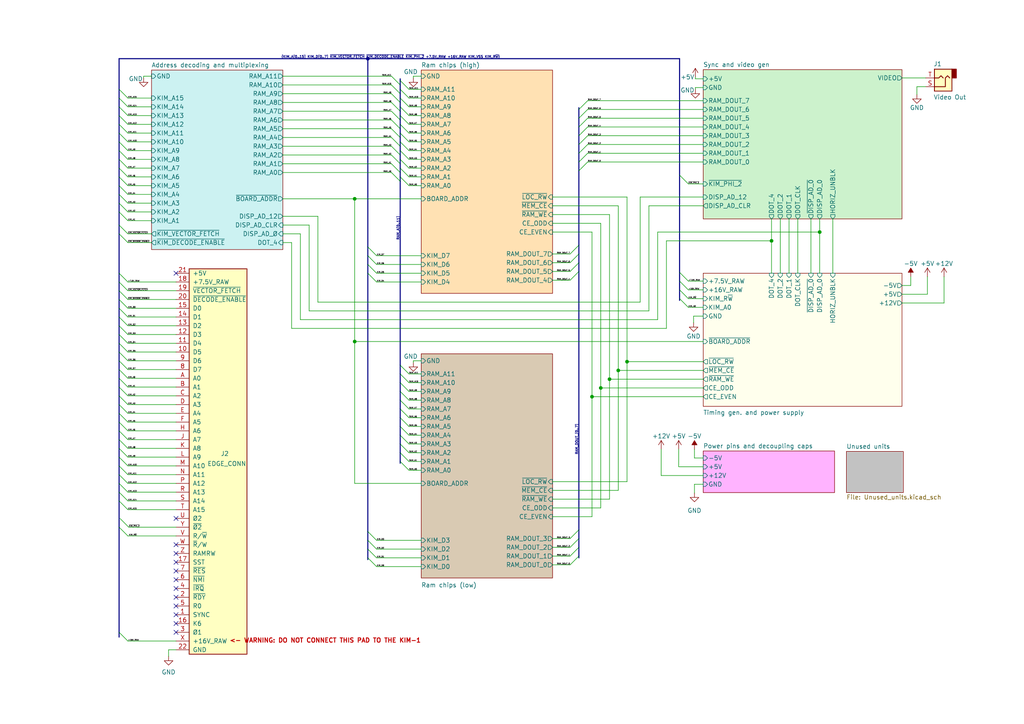
<source format=kicad_sch>
(kicad_sch (version 20230121) (generator eeschema)

  (uuid 26b75be2-cc06-4542-b320-e8a79c59fd43)

  (paper "A4")

  (title_block
    (title "MTU K-1008 Visable Memory card replica")
    (comment 1 "Original 9/4/77 Hal Chamberlin")
    (comment 4 "KiCad version and corrections 2023 Eduardo Casino")
  )

  (lib_symbols
    (symbol "Connector_Audio:AudioJack2" (in_bom yes) (on_board yes)
      (property "Reference" "J" (at 0 8.89 0)
        (effects (font (size 1.27 1.27)))
      )
      (property "Value" "AudioJack2" (at 0 6.35 0)
        (effects (font (size 1.27 1.27)))
      )
      (property "Footprint" "" (at 0 0 0)
        (effects (font (size 1.27 1.27)) hide)
      )
      (property "Datasheet" "~" (at 0 0 0)
        (effects (font (size 1.27 1.27)) hide)
      )
      (property "ki_keywords" "audio jack receptacle mono phone headphone TS connector" (at 0 0 0)
        (effects (font (size 1.27 1.27)) hide)
      )
      (property "ki_description" "Audio Jack, 2 Poles (Mono / TS)" (at 0 0 0)
        (effects (font (size 1.27 1.27)) hide)
      )
      (property "ki_fp_filters" "Jack*" (at 0 0 0)
        (effects (font (size 1.27 1.27)) hide)
      )
      (symbol "AudioJack2_0_1"
        (rectangle (start -3.81 0) (end -2.54 -2.54)
          (stroke (width 0.254) (type default))
          (fill (type outline))
        )
        (rectangle (start -2.54 3.81) (end 2.54 -2.54)
          (stroke (width 0.254) (type default))
          (fill (type background))
        )
        (polyline
          (pts
            (xy 0 0)
            (xy 0.635 -0.635)
            (xy 1.27 0)
            (xy 2.54 0)
          )
          (stroke (width 0.254) (type default))
          (fill (type none))
        )
        (polyline
          (pts
            (xy 2.54 2.54)
            (xy -0.635 2.54)
            (xy -0.635 0)
            (xy -1.27 -0.635)
            (xy -1.905 0)
          )
          (stroke (width 0.254) (type default))
          (fill (type none))
        )
      )
      (symbol "AudioJack2_1_1"
        (pin passive line (at 5.08 2.54 180) (length 2.54)
          (name "~" (effects (font (size 1.27 1.27))))
          (number "S" (effects (font (size 1.27 1.27))))
        )
        (pin passive line (at 5.08 0 180) (length 2.54)
          (name "~" (effects (font (size 1.27 1.27))))
          (number "T" (effects (font (size 1.27 1.27))))
        )
      )
    )
    (symbol "K-1008_Library:EDGE_CONN" (pin_names (offset 1.016)) (in_bom yes) (on_board yes)
      (property "Reference" "P" (at 1.27 55.88 0)
        (effects (font (size 1.27 1.27)))
      )
      (property "Value" "EDGE_CONN" (at 0 -59.055 0)
        (effects (font (size 1.27 1.27)))
      )
      (property "Footprint" "KIM-1_Library:KIM_CONN" (at -3.175 0 0)
        (effects (font (size 1.27 1.27)) hide)
      )
      (property "Datasheet" "~" (at 0 27.94 0)
        (effects (font (size 1.27 1.27)) hide)
      )
      (property "ki_keywords" "connector" (at 0 0 0)
        (effects (font (size 1.27 1.27)) hide)
      )
      (property "ki_description" "Generic connector, double row, 02x22, counter clockwise pin numbering scheme (similar to DIP packge numbering), script generated (kicad-library-utils/schlib/autogen/connector/)" (at 0 0 0)
        (effects (font (size 1.27 1.27)) hide)
      )
      (property "ki_fp_filters" "Connector*:*_2x??_*" (at 0 0 0)
        (effects (font (size 1.27 1.27)) hide)
      )
      (symbol "EDGE_CONN_1_1"
        (rectangle (start -1.27 54.61) (end 15.494 -57.15)
          (stroke (width 0.254) (type default))
          (fill (type background))
        )
        (pin passive line (at -5.08 -45.72 0) (length 3.81)
          (name "SYNC" (effects (font (size 1.27 1.27))))
          (number "1" (effects (font (size 1.27 1.27))))
        )
        (pin passive line (at -5.08 30.48 0) (length 3.81)
          (name "D5" (effects (font (size 1.27 1.27))))
          (number "10" (effects (font (size 1.27 1.27))))
        )
        (pin passive line (at -5.08 33.02 0) (length 3.81)
          (name "D4" (effects (font (size 1.27 1.27))))
          (number "11" (effects (font (size 1.27 1.27))))
        )
        (pin passive line (at -5.08 35.56 0) (length 3.81)
          (name "D3" (effects (font (size 1.27 1.27))))
          (number "12" (effects (font (size 1.27 1.27))))
        )
        (pin passive line (at -5.08 38.1 0) (length 3.81)
          (name "D2" (effects (font (size 1.27 1.27))))
          (number "13" (effects (font (size 1.27 1.27))))
        )
        (pin passive line (at -5.08 40.64 0) (length 3.81)
          (name "D1" (effects (font (size 1.27 1.27))))
          (number "14" (effects (font (size 1.27 1.27))))
        )
        (pin passive line (at -5.08 43.18 0) (length 3.81)
          (name "D0" (effects (font (size 1.27 1.27))))
          (number "15" (effects (font (size 1.27 1.27))))
        )
        (pin passive line (at -5.08 -48.26 0) (length 3.81)
          (name "K6" (effects (font (size 1.27 1.27))))
          (number "16" (effects (font (size 1.27 1.27))))
        )
        (pin passive line (at -5.08 -30.48 0) (length 3.81)
          (name "SST" (effects (font (size 1.27 1.27))))
          (number "17" (effects (font (size 1.27 1.27))))
        )
        (pin passive line (at -5.08 50.8 0) (length 3.81)
          (name "+7.5V_RAW" (effects (font (size 1.27 1.27))))
          (number "18" (effects (font (size 1.27 1.27))))
        )
        (pin passive line (at -5.08 48.26 0) (length 3.81)
          (name "~{VECTOR_FETCH}" (effects (font (size 1.27 1.27))))
          (number "19" (effects (font (size 1.27 1.27))))
        )
        (pin passive line (at -5.08 -40.64 0) (length 3.81)
          (name "~{RDY}" (effects (font (size 1.27 1.27))))
          (number "2" (effects (font (size 1.27 1.27))))
        )
        (pin passive line (at -5.08 45.72 0) (length 3.81)
          (name "~{DECODE_ENABLE}" (effects (font (size 1.27 1.27))))
          (number "20" (effects (font (size 1.27 1.27))))
        )
        (pin passive line (at -5.08 53.34 0) (length 3.81)
          (name "+5V" (effects (font (size 1.27 1.27))))
          (number "21" (effects (font (size 1.27 1.27))))
        )
        (pin passive line (at -5.08 -55.88 0) (length 3.81)
          (name "GND" (effects (font (size 1.27 1.27))))
          (number "22" (effects (font (size 1.27 1.27))))
        )
        (pin passive line (at -5.08 -50.8 0) (length 3.81)
          (name "Ø1" (effects (font (size 1.27 1.27))))
          (number "3" (effects (font (size 1.27 1.27))))
        )
        (pin passive line (at -5.08 -38.1 0) (length 3.81)
          (name "~{IRQ}" (effects (font (size 1.27 1.27))))
          (number "4" (effects (font (size 1.27 1.27))))
        )
        (pin passive line (at -5.08 -43.18 0) (length 3.81)
          (name "R0" (effects (font (size 1.27 1.27))))
          (number "5" (effects (font (size 1.27 1.27))))
        )
        (pin passive line (at -5.08 -35.56 0) (length 3.81)
          (name "~{NMI}" (effects (font (size 1.27 1.27))))
          (number "6" (effects (font (size 1.27 1.27))))
        )
        (pin passive line (at -5.08 -33.02 0) (length 3.81)
          (name "~{RES}" (effects (font (size 1.27 1.27))))
          (number "7" (effects (font (size 1.27 1.27))))
        )
        (pin passive line (at -5.08 25.4 0) (length 3.81)
          (name "D7" (effects (font (size 1.27 1.27))))
          (number "8" (effects (font (size 1.27 1.27))))
        )
        (pin passive line (at -5.08 27.94 0) (length 3.81)
          (name "D6" (effects (font (size 1.27 1.27))))
          (number "9" (effects (font (size 1.27 1.27))))
        )
        (pin passive line (at -5.08 22.86 0) (length 3.81)
          (name "A0" (effects (font (size 1.27 1.27))))
          (number "A" (effects (font (size 1.27 1.27))))
        )
        (pin passive line (at -5.08 20.32 0) (length 3.81)
          (name "A1" (effects (font (size 1.27 1.27))))
          (number "B" (effects (font (size 1.27 1.27))))
        )
        (pin passive line (at -5.08 17.78 0) (length 3.81)
          (name "A2" (effects (font (size 1.27 1.27))))
          (number "C" (effects (font (size 1.27 1.27))))
        )
        (pin passive line (at -5.08 15.24 0) (length 3.81)
          (name "A3" (effects (font (size 1.27 1.27))))
          (number "D" (effects (font (size 1.27 1.27))))
        )
        (pin passive line (at -5.08 12.7 0) (length 3.81)
          (name "A4" (effects (font (size 1.27 1.27))))
          (number "E" (effects (font (size 1.27 1.27))))
        )
        (pin passive line (at -5.08 10.16 0) (length 3.81)
          (name "A5" (effects (font (size 1.27 1.27))))
          (number "F" (effects (font (size 1.27 1.27))))
        )
        (pin passive line (at -5.08 7.62 0) (length 3.81)
          (name "A6" (effects (font (size 1.27 1.27))))
          (number "H" (effects (font (size 1.27 1.27))))
        )
        (pin passive line (at -5.08 5.08 0) (length 3.81)
          (name "A7" (effects (font (size 1.27 1.27))))
          (number "J" (effects (font (size 1.27 1.27))))
        )
        (pin passive line (at -5.08 2.54 0) (length 3.81)
          (name "A8" (effects (font (size 1.27 1.27))))
          (number "K" (effects (font (size 1.27 1.27))))
        )
        (pin passive line (at -5.08 0 0) (length 3.81)
          (name "A9" (effects (font (size 1.27 1.27))))
          (number "L" (effects (font (size 1.27 1.27))))
        )
        (pin passive line (at -5.08 -2.54 0) (length 3.81)
          (name "A10" (effects (font (size 1.27 1.27))))
          (number "M" (effects (font (size 1.27 1.27))))
        )
        (pin passive line (at -5.08 -5.08 0) (length 3.81)
          (name "A11" (effects (font (size 1.27 1.27))))
          (number "N" (effects (font (size 1.27 1.27))))
        )
        (pin passive line (at -5.08 -7.62 0) (length 3.81)
          (name "A12" (effects (font (size 1.27 1.27))))
          (number "P" (effects (font (size 1.27 1.27))))
        )
        (pin passive line (at -5.08 -10.16 0) (length 3.81)
          (name "A13" (effects (font (size 1.27 1.27))))
          (number "R" (effects (font (size 1.27 1.27))))
        )
        (pin passive line (at -5.08 -12.7 0) (length 3.81)
          (name "A14" (effects (font (size 1.27 1.27))))
          (number "S" (effects (font (size 1.27 1.27))))
        )
        (pin passive line (at -5.08 -15.24 0) (length 3.81)
          (name "A15" (effects (font (size 1.27 1.27))))
          (number "T" (effects (font (size 1.27 1.27))))
        )
        (pin passive line (at -5.08 -17.78 0) (length 3.81)
          (name "Ø2" (effects (font (size 1.27 1.27))))
          (number "U" (effects (font (size 1.27 1.27))))
        )
        (pin passive line (at -5.08 -22.86 0) (length 3.81)
          (name "R/~{W}" (effects (font (size 1.27 1.27))))
          (number "V" (effects (font (size 1.27 1.27))))
        )
        (pin passive line (at -5.08 -25.4 0) (length 3.81)
          (name "~{R}/W" (effects (font (size 1.27 1.27))))
          (number "W" (effects (font (size 1.27 1.27))))
        )
        (pin passive line (at -5.08 -53.34 0) (length 3.81)
          (name "+16V_RAW" (effects (font (size 1.27 1.27))))
          (number "X" (effects (font (size 1.27 1.27))))
        )
        (pin passive line (at -5.08 -20.32 0) (length 3.81)
          (name "~{Ø2}" (effects (font (size 1.27 1.27))))
          (number "Y" (effects (font (size 1.27 1.27))))
        )
        (pin passive line (at -5.08 -27.94 0) (length 3.81)
          (name "RAMRW" (effects (font (size 1.27 1.27))))
          (number "Z" (effects (font (size 1.27 1.27))))
        )
      )
    )
    (symbol "power:+12V" (power) (pin_names (offset 0)) (in_bom yes) (on_board yes)
      (property "Reference" "#PWR" (at 0 -3.81 0)
        (effects (font (size 1.27 1.27)) hide)
      )
      (property "Value" "+12V" (at 0 3.556 0)
        (effects (font (size 1.27 1.27)))
      )
      (property "Footprint" "" (at 0 0 0)
        (effects (font (size 1.27 1.27)) hide)
      )
      (property "Datasheet" "" (at 0 0 0)
        (effects (font (size 1.27 1.27)) hide)
      )
      (property "ki_keywords" "global power" (at 0 0 0)
        (effects (font (size 1.27 1.27)) hide)
      )
      (property "ki_description" "Power symbol creates a global label with name \"+12V\"" (at 0 0 0)
        (effects (font (size 1.27 1.27)) hide)
      )
      (symbol "+12V_0_1"
        (polyline
          (pts
            (xy -0.762 1.27)
            (xy 0 2.54)
          )
          (stroke (width 0) (type default))
          (fill (type none))
        )
        (polyline
          (pts
            (xy 0 0)
            (xy 0 2.54)
          )
          (stroke (width 0) (type default))
          (fill (type none))
        )
        (polyline
          (pts
            (xy 0 2.54)
            (xy 0.762 1.27)
          )
          (stroke (width 0) (type default))
          (fill (type none))
        )
      )
      (symbol "+12V_1_1"
        (pin power_in line (at 0 0 90) (length 0) hide
          (name "+12V" (effects (font (size 1.27 1.27))))
          (number "1" (effects (font (size 1.27 1.27))))
        )
      )
    )
    (symbol "power:+5V" (power) (pin_names (offset 0)) (in_bom yes) (on_board yes)
      (property "Reference" "#PWR" (at 0 -3.81 0)
        (effects (font (size 1.27 1.27)) hide)
      )
      (property "Value" "+5V" (at 0 3.556 0)
        (effects (font (size 1.27 1.27)))
      )
      (property "Footprint" "" (at 0 0 0)
        (effects (font (size 1.27 1.27)) hide)
      )
      (property "Datasheet" "" (at 0 0 0)
        (effects (font (size 1.27 1.27)) hide)
      )
      (property "ki_keywords" "global power" (at 0 0 0)
        (effects (font (size 1.27 1.27)) hide)
      )
      (property "ki_description" "Power symbol creates a global label with name \"+5V\"" (at 0 0 0)
        (effects (font (size 1.27 1.27)) hide)
      )
      (symbol "+5V_0_1"
        (polyline
          (pts
            (xy -0.762 1.27)
            (xy 0 2.54)
          )
          (stroke (width 0) (type default))
          (fill (type none))
        )
        (polyline
          (pts
            (xy 0 0)
            (xy 0 2.54)
          )
          (stroke (width 0) (type default))
          (fill (type none))
        )
        (polyline
          (pts
            (xy 0 2.54)
            (xy 0.762 1.27)
          )
          (stroke (width 0) (type default))
          (fill (type none))
        )
      )
      (symbol "+5V_1_1"
        (pin power_in line (at 0 0 90) (length 0) hide
          (name "+5V" (effects (font (size 1.27 1.27))))
          (number "1" (effects (font (size 1.27 1.27))))
        )
      )
    )
    (symbol "power:-5V" (power) (pin_names (offset 0)) (in_bom yes) (on_board yes)
      (property "Reference" "#PWR" (at 0 2.54 0)
        (effects (font (size 1.27 1.27)) hide)
      )
      (property "Value" "-5V" (at 0 3.81 0)
        (effects (font (size 1.27 1.27)))
      )
      (property "Footprint" "" (at 0 0 0)
        (effects (font (size 1.27 1.27)) hide)
      )
      (property "Datasheet" "" (at 0 0 0)
        (effects (font (size 1.27 1.27)) hide)
      )
      (property "ki_keywords" "global power" (at 0 0 0)
        (effects (font (size 1.27 1.27)) hide)
      )
      (property "ki_description" "Power symbol creates a global label with name \"-5V\"" (at 0 0 0)
        (effects (font (size 1.27 1.27)) hide)
      )
      (symbol "-5V_0_0"
        (pin power_in line (at 0 0 90) (length 0) hide
          (name "-5V" (effects (font (size 1.27 1.27))))
          (number "1" (effects (font (size 1.27 1.27))))
        )
      )
      (symbol "-5V_0_1"
        (polyline
          (pts
            (xy 0 0)
            (xy 0 1.27)
            (xy 0.762 1.27)
            (xy 0 2.54)
            (xy -0.762 1.27)
            (xy 0 1.27)
          )
          (stroke (width 0) (type default))
          (fill (type outline))
        )
      )
    )
    (symbol "power:GND" (power) (pin_names (offset 0)) (in_bom yes) (on_board yes)
      (property "Reference" "#PWR" (at 0 -6.35 0)
        (effects (font (size 1.27 1.27)) hide)
      )
      (property "Value" "GND" (at 0 -3.81 0)
        (effects (font (size 1.27 1.27)))
      )
      (property "Footprint" "" (at 0 0 0)
        (effects (font (size 1.27 1.27)) hide)
      )
      (property "Datasheet" "" (at 0 0 0)
        (effects (font (size 1.27 1.27)) hide)
      )
      (property "ki_keywords" "global power" (at 0 0 0)
        (effects (font (size 1.27 1.27)) hide)
      )
      (property "ki_description" "Power symbol creates a global label with name \"GND\" , ground" (at 0 0 0)
        (effects (font (size 1.27 1.27)) hide)
      )
      (symbol "GND_0_1"
        (polyline
          (pts
            (xy 0 0)
            (xy 0 -1.27)
            (xy 1.27 -1.27)
            (xy 0 -2.54)
            (xy -1.27 -1.27)
            (xy 0 -1.27)
          )
          (stroke (width 0) (type default))
          (fill (type none))
        )
      )
      (symbol "GND_1_1"
        (pin power_in line (at 0 0 270) (length 0) hide
          (name "GND" (effects (font (size 1.27 1.27))))
          (number "1" (effects (font (size 1.27 1.27))))
        )
      )
    )
  )

  (junction (at 171.704 115.062) (diameter 0) (color 0 0 0 0)
    (uuid 192c5571-0f62-4465-a9f7-2c9bd436dc2a)
  )
  (junction (at 179.324 107.442) (diameter 0) (color 0 0 0 0)
    (uuid 1e3c4c84-c74b-4be6-8298-5910ac9291ec)
  )
  (junction (at 102.87 99.06) (diameter 0) (color 0 0 0 0)
    (uuid 69c8b7b9-fd21-4d8e-9ff9-f68a7f32d219)
  )
  (junction (at 174.244 112.522) (diameter 0) (color 0 0 0 0)
    (uuid 6c674c27-61da-4447-9eef-3907dead0674)
  )
  (junction (at 223.774 69.85) (diameter 0) (color 0 0 0 0)
    (uuid 91a44051-2983-4e69-8615-be0149611091)
  )
  (junction (at 181.864 104.902) (diameter 0) (color 0 0 0 0)
    (uuid ac013c0b-c807-4d16-9498-807cc62232d7)
  )
  (junction (at 106.68 17.018) (diameter 0) (color 0 0 0 0)
    (uuid cc8c7348-b7e6-4c77-99c4-8ea388b60a1f)
  )
  (junction (at 102.87 57.658) (diameter 0) (color 0 0 0 0)
    (uuid e0115b6c-c06c-4df4-aea8-fec919d23527)
  )
  (junction (at 176.784 109.982) (diameter 0) (color 0 0 0 0)
    (uuid ed15f559-3e46-4c9a-976d-68202c218b84)
  )
  (junction (at 237.744 67.31) (diameter 0) (color 0 0 0 0)
    (uuid ff657034-5c9c-4807-87bf-9e0882e6e03d)
  )

  (no_connect (at 51.054 170.688) (uuid 0b15f263-14bb-48df-a9d7-d696f9bfc4fa))
  (no_connect (at 51.054 178.308) (uuid 29ea73e2-5710-4a9f-9bd8-24c4bf005eaf))
  (no_connect (at 51.054 157.988) (uuid 507a1e96-41cd-4b31-a5ae-c77bfee6e73c))
  (no_connect (at 51.054 180.848) (uuid 545c5897-a68e-4c7c-b939-b6cac98a1658))
  (no_connect (at 51.054 168.148) (uuid 6758f9f8-aae3-464d-8b4a-5748f553dcdc))
  (no_connect (at 51.054 183.388) (uuid 6f931a77-ad6d-46d3-b485-d0a838189692))
  (no_connect (at 51.054 163.068) (uuid 80d3c0ee-b174-4029-b860-8f0e3120f10a))
  (no_connect (at 51.054 160.528) (uuid 9942ea85-95d5-49ab-b391-61cadf6bbaa2))
  (no_connect (at 51.054 165.608) (uuid a11f1d0b-ad45-440b-897d-c20fc1bbf9b0))
  (no_connect (at 51.054 150.368) (uuid ad379fa7-b285-4a99-b24a-78908c7b4f91))
  (no_connect (at 51.054 173.228) (uuid ce00298e-f699-458c-bc8c-2047a852877e))
  (no_connect (at 51.054 79.248) (uuid ec8d47b6-8bd6-4e54-be64-062350468e79))
  (no_connect (at 51.054 175.768) (uuid ee634049-19ae-42fb-8ca9-5870ce21c675))

  (bus_entry (at 167.894 39.37) (size 2.54 -2.54)
    (stroke (width 0) (type default))
    (uuid 0279819a-1abf-447b-a35b-b1522b896936)
  )
  (bus_entry (at 37.084 130.048) (size -2.54 -2.54)
    (stroke (width 0) (type default))
    (uuid 02a5388c-7376-4a2f-811b-b47468f8463a)
  )
  (bus_entry (at 37.084 102.108) (size -2.54 -2.54)
    (stroke (width 0) (type default))
    (uuid 0b3ca383-1c15-4b24-b104-73b345aa5be0)
  )
  (bus_entry (at 118.618 25.908) (size -2.54 -2.54)
    (stroke (width 0) (type default))
    (uuid 0e922f2b-61e0-43f6-80c2-49499ca401b8)
  )
  (bus_entry (at 118.618 51.308) (size -2.54 -2.54)
    (stroke (width 0) (type default))
    (uuid 10f428d8-fef8-4818-8794-36d530125370)
  )
  (bus_entry (at 37.084 89.408) (size -2.54 -2.54)
    (stroke (width 0) (type default))
    (uuid 1622acae-4acc-4135-8a1f-a17378a8fc20)
  )
  (bus_entry (at 37.084 155.448) (size -2.54 -2.54)
    (stroke (width 0) (type default))
    (uuid 1714b2ba-cb52-4516-8779-224d77334631)
  )
  (bus_entry (at 118.618 121.158) (size -2.54 -2.54)
    (stroke (width 0) (type default))
    (uuid 1adac325-f8cc-40d5-afce-9943d9a18fff)
  )
  (bus_entry (at 197.104 50.8) (size 2.54 2.54)
    (stroke (width 0) (type default))
    (uuid 1bf48344-4740-45d2-ba3f-471e5d2c12fb)
  )
  (bus_entry (at 113.538 32.258) (size 2.54 2.54)
    (stroke (width 0) (type default))
    (uuid 1d24ba94-2987-46a3-ac05-436313bec88b)
  )
  (bus_entry (at 165.354 161.29) (size 2.54 -2.54)
    (stroke (width 0) (type default))
    (uuid 1e364f66-7016-45bb-821f-30d1be46f067)
  )
  (bus_entry (at 113.538 42.418) (size 2.54 2.54)
    (stroke (width 0) (type default))
    (uuid 20f60103-c521-4231-98c8-a6218fe0e282)
  )
  (bus_entry (at 37.084 48.768) (size -2.54 -2.54)
    (stroke (width 0) (type default))
    (uuid 22361fc5-cb4b-484f-87bd-7156b88bd4bc)
  )
  (bus_entry (at 118.618 123.698) (size -2.54 -2.54)
    (stroke (width 0) (type default))
    (uuid 23394412-c7ed-46b3-a1e8-95967f8bcc13)
  )
  (bus_entry (at 118.618 48.768) (size -2.54 -2.54)
    (stroke (width 0) (type default))
    (uuid 264383a0-d346-4ce3-89d8-2964373babed)
  )
  (bus_entry (at 113.538 34.798) (size 2.54 2.54)
    (stroke (width 0) (type default))
    (uuid 29984fe3-82d0-42a4-85f5-0a48e5608fc1)
  )
  (bus_entry (at 37.084 91.948) (size -2.54 -2.54)
    (stroke (width 0) (type default))
    (uuid 2d921e8b-430b-4905-8651-7167136bfd6f)
  )
  (bus_entry (at 109.22 159.258) (size -2.54 -2.54)
    (stroke (width 0) (type default))
    (uuid 2e1d783e-4d9e-4e05-80eb-7a486168f42a)
  )
  (bus_entry (at 37.084 30.988) (size -2.54 -2.54)
    (stroke (width 0) (type default))
    (uuid 2f519f35-f842-43c8-8442-4bf993b210e3)
  )
  (bus_entry (at 37.084 67.818) (size -2.54 -2.54)
    (stroke (width 0) (type default))
    (uuid 309a45da-bb92-4ab0-ab6f-9e9bb109fb82)
  )
  (bus_entry (at 167.894 41.91) (size 2.54 -2.54)
    (stroke (width 0) (type default))
    (uuid 316ba34a-7917-421f-82a5-9d27b46922fb)
  )
  (bus_entry (at 118.618 131.318) (size -2.54 -2.54)
    (stroke (width 0) (type default))
    (uuid 31aa106b-67c0-46ec-94c4-3abbb33d6886)
  )
  (bus_entry (at 118.618 118.618) (size -2.54 -2.54)
    (stroke (width 0) (type default))
    (uuid 34266752-1452-4fb0-9015-74a1a4a0dbc9)
  )
  (bus_entry (at 109.22 81.788) (size -2.54 -2.54)
    (stroke (width 0) (type default))
    (uuid 343a9bb1-dca4-4946-a46c-4a9b3ab925e2)
  )
  (bus_entry (at 37.084 41.148) (size -2.54 -2.54)
    (stroke (width 0) (type default))
    (uuid 3465c2d3-5ddf-4601-883d-432f92852e7a)
  )
  (bus_entry (at 37.084 122.428) (size -2.54 -2.54)
    (stroke (width 0) (type default))
    (uuid 34cec770-7698-4eae-9104-20e168d56f7e)
  )
  (bus_entry (at 37.084 84.328) (size -2.54 -2.54)
    (stroke (width 0) (type default))
    (uuid 366f646d-e29d-4279-9d89-81a0331fb83a)
  )
  (bus_entry (at 37.084 99.568) (size -2.54 -2.54)
    (stroke (width 0) (type default))
    (uuid 3aaee762-4931-4fae-b0c2-4ef024b4d129)
  )
  (bus_entry (at 118.618 126.238) (size -2.54 -2.54)
    (stroke (width 0) (type default))
    (uuid 3ba6e85a-5eaf-449e-b383-9dea996eda5d)
  )
  (bus_entry (at 118.618 53.848) (size -2.54 -2.54)
    (stroke (width 0) (type default))
    (uuid 3d1fd142-a210-4d59-bda8-ad4974c8e2ae)
  )
  (bus_entry (at 167.894 31.75) (size 2.54 -2.54)
    (stroke (width 0) (type default))
    (uuid 3dfa7474-0904-4d5c-920f-6b2804f53a53)
  )
  (bus_entry (at 37.084 142.748) (size -2.54 -2.54)
    (stroke (width 0) (type default))
    (uuid 4042a5f4-8e3e-4b87-b21a-0b0de68adcb8)
  )
  (bus_entry (at 37.084 117.348) (size -2.54 -2.54)
    (stroke (width 0) (type default))
    (uuid 43df0b69-c4b5-4c9c-9bca-6c9d8705ec6b)
  )
  (bus_entry (at 113.538 22.098) (size 2.54 2.54)
    (stroke (width 0) (type default))
    (uuid 442c1379-4a71-4b4c-a0aa-b2558daf08f2)
  )
  (bus_entry (at 37.084 28.448) (size -2.54 -2.54)
    (stroke (width 0) (type default))
    (uuid 46405291-004d-4d32-83e3-3a915f513d09)
  )
  (bus_entry (at 167.894 36.83) (size 2.54 -2.54)
    (stroke (width 0) (type default))
    (uuid 47ce8f17-f094-40db-89b4-250b2b54c550)
  )
  (bus_entry (at 118.618 108.458) (size -2.54 -2.54)
    (stroke (width 0) (type default))
    (uuid 4be668d8-396f-4be8-b7c0-ad84a693999d)
  )
  (bus_entry (at 197.104 86.614) (size 2.54 2.54)
    (stroke (width 0) (type default))
    (uuid 4ca8d678-49f1-4a83-8439-03bb0723a5d7)
  )
  (bus_entry (at 118.618 28.448) (size -2.54 -2.54)
    (stroke (width 0) (type default))
    (uuid 5051b30f-7ae3-4883-9347-aa864ef735e5)
  )
  (bus_entry (at 165.354 156.21) (size 2.54 -2.54)
    (stroke (width 0) (type default))
    (uuid 5699c790-5ff8-4709-9fb8-3329e1f65234)
  )
  (bus_entry (at 118.618 43.688) (size -2.54 -2.54)
    (stroke (width 0) (type default))
    (uuid 5712c035-86cb-4714-9c42-b1f36de41837)
  )
  (bus_entry (at 37.084 46.228) (size -2.54 -2.54)
    (stroke (width 0) (type default))
    (uuid 57c0c32d-18e5-42b7-b97b-3db190410b01)
  )
  (bus_entry (at 37.084 119.888) (size -2.54 -2.54)
    (stroke (width 0) (type default))
    (uuid 58179e26-9c72-4735-9d59-1f83fd2477fe)
  )
  (bus_entry (at 113.538 27.178) (size 2.54 2.54)
    (stroke (width 0) (type default))
    (uuid 5bb5f2cf-a653-42e5-a890-40a82d8ea5b2)
  )
  (bus_entry (at 37.084 38.608) (size -2.54 -2.54)
    (stroke (width 0) (type default))
    (uuid 5f8e44ae-bda3-4f6b-9eca-8ca3ba07e793)
  )
  (bus_entry (at 167.894 44.45) (size 2.54 -2.54)
    (stroke (width 0) (type default))
    (uuid 61b58420-7761-4003-9e6b-f3261a6ce4b1)
  )
  (bus_entry (at 37.084 58.928) (size -2.54 -2.54)
    (stroke (width 0) (type default))
    (uuid 62d65e01-6b1b-4bf9-8a84-922ba1217ee4)
  )
  (bus_entry (at 118.618 113.538) (size -2.54 -2.54)
    (stroke (width 0) (type default))
    (uuid 64d1928b-e9b5-4235-93fb-41124c57fa03)
  )
  (bus_entry (at 37.084 94.488) (size -2.54 -2.54)
    (stroke (width 0) (type default))
    (uuid 65ab55f0-7710-401b-b4fc-cd10b8901ea6)
  )
  (bus_entry (at 118.618 110.998) (size -2.54 -2.54)
    (stroke (width 0) (type default))
    (uuid 6de71f90-6adb-44ad-82f1-57d0c5189026)
  )
  (bus_entry (at 37.084 135.128) (size -2.54 -2.54)
    (stroke (width 0) (type default))
    (uuid 71105d6a-7acc-48f0-a60f-a358b3e608ac)
  )
  (bus_entry (at 167.894 34.29) (size 2.54 -2.54)
    (stroke (width 0) (type default))
    (uuid 72663198-09f3-4731-a0ce-f32d5ffe353e)
  )
  (bus_entry (at 37.084 112.268) (size -2.54 -2.54)
    (stroke (width 0) (type default))
    (uuid 76d30dad-de85-45fb-ad02-39db00901f56)
  )
  (bus_entry (at 165.354 76.2) (size 2.54 -2.54)
    (stroke (width 0) (type default))
    (uuid 79c5341b-9dfc-4bad-b7f6-78e1e94fe569)
  )
  (bus_entry (at 113.538 37.338) (size 2.54 2.54)
    (stroke (width 0) (type default))
    (uuid 7bc3a367-9813-48e5-a0dc-cd15e8b78b2f)
  )
  (bus_entry (at 37.338 152.908) (size -2.54 -2.54)
    (stroke (width 0) (type default))
    (uuid 7d8d2803-d604-4262-8fee-6c247e16c271)
  )
  (bus_entry (at 37.084 145.288) (size -2.54 -2.54)
    (stroke (width 0) (type default))
    (uuid 81e10cae-e1bb-45fa-8cba-20c773650468)
  )
  (bus_entry (at 113.538 24.638) (size 2.54 2.54)
    (stroke (width 0) (type default))
    (uuid 83968e75-fd79-46a7-aeaf-70d2ba785a43)
  )
  (bus_entry (at 109.22 161.798) (size -2.54 -2.54)
    (stroke (width 0) (type default))
    (uuid 85995f69-050f-46df-ac82-9266fcd7f36d)
  )
  (bus_entry (at 37.084 56.388) (size -2.54 -2.54)
    (stroke (width 0) (type default))
    (uuid 85af0a9b-5fc5-44fe-b1b2-55ef886ab909)
  )
  (bus_entry (at 37.084 137.668) (size -2.54 -2.54)
    (stroke (width 0) (type default))
    (uuid 8654d0db-3fd0-47d5-a594-c30eb19aa668)
  )
  (bus_entry (at 37.084 81.788) (size -2.54 -2.54)
    (stroke (width 0) (type default))
    (uuid 8b120464-a831-4d25-a3b4-f86e53003d83)
  )
  (bus_entry (at 37.084 86.868) (size -2.54 -2.54)
    (stroke (width 0) (type default))
    (uuid 8e6d956e-2b14-4101-99ea-9c9ded293207)
  )
  (bus_entry (at 118.618 128.778) (size -2.54 -2.54)
    (stroke (width 0) (type default))
    (uuid 9a664900-6d20-430f-a667-48ee45ce02b9)
  )
  (bus_entry (at 37.084 53.848) (size -2.54 -2.54)
    (stroke (width 0) (type default))
    (uuid a4d08219-232c-4a15-99ba-dcce73b100cf)
  )
  (bus_entry (at 37.084 33.528) (size -2.54 -2.54)
    (stroke (width 0) (type default))
    (uuid a61e991d-fd6f-43aa-bd68-525e9994662c)
  )
  (bus_entry (at 165.354 81.28) (size 2.54 -2.54)
    (stroke (width 0) (type default))
    (uuid a6c9240c-8d85-4d2c-8140-9439df529e6a)
  )
  (bus_entry (at 118.618 30.988) (size -2.54 -2.54)
    (stroke (width 0) (type default))
    (uuid aa92a991-6b7d-4107-a2b9-b6c10e10ee3c)
  )
  (bus_entry (at 118.618 38.608) (size -2.54 -2.54)
    (stroke (width 0) (type default))
    (uuid ad4ac26e-06f7-4eae-a929-5055bb32f7c5)
  )
  (bus_entry (at 113.538 39.878) (size 2.54 2.54)
    (stroke (width 0) (type default))
    (uuid af869214-1545-40cd-8d0a-22838d984110)
  )
  (bus_entry (at 118.618 116.078) (size -2.54 -2.54)
    (stroke (width 0) (type default))
    (uuid b24dd568-c0c0-44ad-8795-06c5c51515f5)
  )
  (bus_entry (at 109.22 164.338) (size -2.54 -2.54)
    (stroke (width 0) (type default))
    (uuid b2bc9c90-3c09-4805-8eee-727591b52b6b)
  )
  (bus_entry (at 165.354 158.75) (size 2.54 -2.54)
    (stroke (width 0) (type default))
    (uuid b2fa3b70-f3de-4b18-9534-8f2a00db098f)
  )
  (bus_entry (at 37.084 64.008) (size -2.54 -2.54)
    (stroke (width 0) (type default))
    (uuid b433f0c8-91dc-4b0d-8b96-4f62416af3ca)
  )
  (bus_entry (at 37.084 61.468) (size -2.54 -2.54)
    (stroke (width 0) (type default))
    (uuid b9c8d599-71ee-4ee5-b7f7-93eb4f4ad5cf)
  )
  (bus_entry (at 118.618 46.228) (size -2.54 -2.54)
    (stroke (width 0) (type default))
    (uuid bc08bdb7-da97-44b3-927f-02f93ed97424)
  )
  (bus_entry (at 197.104 84.074) (size 2.54 2.54)
    (stroke (width 0) (type default))
    (uuid bd5c8173-326e-47ca-9719-5003aafa4256)
  )
  (bus_entry (at 118.618 41.148) (size -2.54 -2.54)
    (stroke (width 0) (type default))
    (uuid be0af9f7-103d-4d21-99be-caf35acc9ecc)
  )
  (bus_entry (at 37.084 36.068) (size -2.54 -2.54)
    (stroke (width 0) (type default))
    (uuid be59a465-f1e0-4502-8fda-0e164360765f)
  )
  (bus_entry (at 37.084 185.928) (size -2.54 -2.54)
    (stroke (width 0) (type default))
    (uuid c0d29c3c-8bb6-47ec-bcb6-dcbd231eafff)
  )
  (bus_entry (at 37.084 43.688) (size -2.54 -2.54)
    (stroke (width 0) (type default))
    (uuid c26afee7-b483-420e-8a90-21c9def6b853)
  )
  (bus_entry (at 37.084 97.028) (size -2.54 -2.54)
    (stroke (width 0) (type default))
    (uuid c45b0cd4-f85b-4a3b-9c67-d15ad6c6df29)
  )
  (bus_entry (at 37.084 51.308) (size -2.54 -2.54)
    (stroke (width 0) (type default))
    (uuid c5ebe9fc-8187-490f-99ef-de39f3269f48)
  )
  (bus_entry (at 118.618 33.528) (size -2.54 -2.54)
    (stroke (width 0) (type default))
    (uuid ca4aeae6-bf09-407d-9de2-dd762ec5e921)
  )
  (bus_entry (at 165.354 78.74) (size 2.54 -2.54)
    (stroke (width 0) (type default))
    (uuid ca674010-8676-4e88-b78c-e6cae45a707d)
  )
  (bus_entry (at 118.618 136.398) (size -2.54 -2.54)
    (stroke (width 0) (type default))
    (uuid ccafee4a-eb5f-4c09-be80-038456de189f)
  )
  (bus_entry (at 167.894 46.99) (size 2.54 -2.54)
    (stroke (width 0) (type default))
    (uuid cd6c4daf-7452-4054-bab1-ed86584e9d9c)
  )
  (bus_entry (at 37.084 114.808) (size -2.54 -2.54)
    (stroke (width 0) (type default))
    (uuid cee7ea75-2764-4b68-929a-73c651d8bc13)
  )
  (bus_entry (at 37.084 104.648) (size -2.54 -2.54)
    (stroke (width 0) (type default))
    (uuid cf1f524e-5dc0-4f1e-98b5-6446e3b2b6b5)
  )
  (bus_entry (at 113.538 50.038) (size 2.54 2.54)
    (stroke (width 0) (type default))
    (uuid cfeac814-187b-4965-a90a-45c0662f5721)
  )
  (bus_entry (at 37.084 70.358) (size -2.54 -2.54)
    (stroke (width 0) (type default))
    (uuid d041ac72-da6b-487a-9002-df482298d1b4)
  )
  (bus_entry (at 113.538 29.718) (size 2.54 2.54)
    (stroke (width 0) (type default))
    (uuid d0cce81a-ae61-44a4-86cc-4b30f00727c2)
  )
  (bus_entry (at 109.22 156.718) (size -2.54 -2.54)
    (stroke (width 0) (type default))
    (uuid d621e6a6-93c6-49ce-a27d-ede292600564)
  )
  (bus_entry (at 118.618 133.858) (size -2.54 -2.54)
    (stroke (width 0) (type default))
    (uuid d776ffa7-df95-4202-beac-5435c94b229b)
  )
  (bus_entry (at 167.894 49.53) (size 2.54 -2.54)
    (stroke (width 0) (type default))
    (uuid d828b5ea-8192-480c-99bf-9ca8538e1591)
  )
  (bus_entry (at 37.084 132.588) (size -2.54 -2.54)
    (stroke (width 0) (type default))
    (uuid d89e7844-ba1b-42b4-a360-3048aeb1e2fa)
  )
  (bus_entry (at 37.084 124.968) (size -2.54 -2.54)
    (stroke (width 0) (type default))
    (uuid da54e649-b55a-496b-9713-1dcb8930e3c7)
  )
  (bus_entry (at 109.22 79.248) (size -2.54 -2.54)
    (stroke (width 0) (type default))
    (uuid dba55c83-eaab-4df3-b4ad-56ff68807a7a)
  )
  (bus_entry (at 118.618 36.068) (size -2.54 -2.54)
    (stroke (width 0) (type default))
    (uuid ddca1b9a-d42d-497f-89cc-76ee5812e450)
  )
  (bus_entry (at 109.22 74.168) (size -2.54 -2.54)
    (stroke (width 0) (type default))
    (uuid e10d124b-65a7-42a6-b3c5-b09e919a3bb8)
  )
  (bus_entry (at 37.084 127.508) (size -2.54 -2.54)
    (stroke (width 0) (type default))
    (uuid e2ac83c1-6bd3-43c2-996f-0261bee75184)
  )
  (bus_entry (at 109.22 76.708) (size -2.54 -2.54)
    (stroke (width 0) (type default))
    (uuid e6e333b4-c346-44ab-96b2-f3fa5a998ea8)
  )
  (bus_entry (at 37.084 107.188) (size -2.54 -2.54)
    (stroke (width 0) (type default))
    (uuid e73ba4c3-6dc6-43fa-ad57-c3920fd8c145)
  )
  (bus_entry (at 113.538 47.498) (size 2.54 2.54)
    (stroke (width 0) (type default))
    (uuid e74bdfb9-50bd-40d0-be35-50028e24adc6)
  )
  (bus_entry (at 37.084 140.208) (size -2.54 -2.54)
    (stroke (width 0) (type default))
    (uuid eaa5dde6-0853-475e-94ee-415672867c68)
  )
  (bus_entry (at 197.104 78.994) (size 2.54 2.54)
    (stroke (width 0) (type default))
    (uuid eb9220cf-b0c4-4025-bd01-30145924e4f8)
  )
  (bus_entry (at 165.354 73.66) (size 2.54 -2.54)
    (stroke (width 0) (type default))
    (uuid ed359790-1050-42ec-8886-d70f8a90d5aa)
  )
  (bus_entry (at 165.354 163.83) (size 2.54 -2.54)
    (stroke (width 0) (type default))
    (uuid ed4a5dfd-65ad-49c9-ac09-776ba8ca0d3d)
  )
  (bus_entry (at 113.538 44.958) (size 2.54 2.54)
    (stroke (width 0) (type default))
    (uuid ee5a5cfc-a77f-40ee-b653-897745453e40)
  )
  (bus_entry (at 37.084 109.728) (size -2.54 -2.54)
    (stroke (width 0) (type default))
    (uuid ee90b1e1-41ed-4b56-8333-ce393b1bbab5)
  )
  (bus_entry (at 197.104 81.534) (size 2.54 2.54)
    (stroke (width 0) (type default))
    (uuid f9425247-4052-4781-8736-a3bbc05090f4)
  )
  (bus_entry (at 37.084 147.828) (size -2.54 -2.54)
    (stroke (width 0) (type default))
    (uuid f9b39e34-e19a-47c5-bb7f-9be7fcf7ad63)
  )

  (wire (pts (xy 109.22 161.798) (xy 122.174 161.798))
    (stroke (width 0) (type default))
    (uuid 0167f499-602f-458c-8f5a-c1570f60fb34)
  )
  (wire (pts (xy 203.962 132.842) (xy 201.422 132.842))
    (stroke (width 0) (type default))
    (uuid 0272cc82-cc1d-4be0-83f4-45222647fd18)
  )
  (wire (pts (xy 122.174 116.078) (xy 118.618 116.078))
    (stroke (width 0) (type default))
    (uuid 039a8082-c5f4-435f-9f1f-081b546f21e3)
  )
  (bus (pts (xy 116.078 47.498) (xy 116.078 48.768))
    (stroke (width 0) (type default))
    (uuid 04c1f727-e4b6-4d92-92ae-9f1cf27d576e)
  )

  (wire (pts (xy 228.854 63.5) (xy 228.854 79.248))
    (stroke (width 0) (type default))
    (uuid 05489fa9-070d-4c15-ae57-a63b328a3234)
  )
  (bus (pts (xy 106.68 159.258) (xy 106.68 156.718))
    (stroke (width 0) (type default))
    (uuid 0693f3e3-91f4-43e8-81e9-2f1215110ef3)
  )
  (bus (pts (xy 116.078 48.768) (xy 116.078 50.038))
    (stroke (width 0) (type default))
    (uuid 094a8728-d1f5-4f5b-a544-b802e1457ddb)
  )
  (bus (pts (xy 34.544 17.018) (xy 34.544 25.908))
    (stroke (width 0) (type default))
    (uuid 0996f19e-12dc-43ca-9d35-131454bd1d65)
  )
  (bus (pts (xy 34.544 109.728) (xy 34.544 112.268))
    (stroke (width 0) (type default))
    (uuid 09cc66d8-1f3b-4078-9e62-f76aa142cd35)
  )

  (wire (pts (xy 191.77 137.922) (xy 191.77 130.302))
    (stroke (width 0) (type default))
    (uuid 0a2bbb96-ba67-4886-a8f2-a79d610d8263)
  )
  (bus (pts (xy 116.078 128.778) (xy 116.078 131.318))
    (stroke (width 0) (type default))
    (uuid 0d03bbf1-74fe-47b0-acc0-39ffd688d3b4)
  )

  (wire (pts (xy 265.938 25.146) (xy 268.478 25.146))
    (stroke (width 0) (type default))
    (uuid 0eae7a9b-1d59-4099-99cb-d333821c8488)
  )
  (wire (pts (xy 201.168 91.694) (xy 203.962 91.694))
    (stroke (width 0) (type default))
    (uuid 0ebeb70a-ab27-4d9f-8dfb-519c63a81fe5)
  )
  (wire (pts (xy 160.274 158.75) (xy 165.354 158.75))
    (stroke (width 0) (type default))
    (uuid 0f3132a1-aabb-4c5e-8a6e-f56900d35960)
  )
  (wire (pts (xy 122.174 48.768) (xy 118.618 48.768))
    (stroke (width 0) (type default))
    (uuid 0fd305fb-0ed2-4035-8228-a2e4379acaa0)
  )
  (wire (pts (xy 37.084 119.888) (xy 51.054 119.888))
    (stroke (width 0) (type default))
    (uuid 115e743c-00c5-4cde-9813-dd689cce4817)
  )
  (bus (pts (xy 34.544 104.648) (xy 34.544 107.188))
    (stroke (width 0) (type default))
    (uuid 121a32e8-b7e5-422b-a760-bd1f513574af)
  )
  (bus (pts (xy 34.544 67.818) (xy 34.544 79.248))
    (stroke (width 0) (type default))
    (uuid 123a160e-2704-4602-a370-b3a975d635a8)
  )

  (wire (pts (xy 268.986 85.344) (xy 268.986 80.264))
    (stroke (width 0) (type default))
    (uuid 12ba7318-109e-4e5a-965c-2835282f708d)
  )
  (bus (pts (xy 167.894 41.91) (xy 167.894 44.45))
    (stroke (width 0) (type default))
    (uuid 1318e7a8-5969-49c0-87da-2efcb53021d9)
  )
  (bus (pts (xy 167.894 153.67) (xy 167.894 156.21))
    (stroke (width 0) (type default))
    (uuid 137032ee-4d6f-4ed5-a93d-34494bbdaddd)
  )
  (bus (pts (xy 167.894 31.75) (xy 167.894 34.29))
    (stroke (width 0) (type default))
    (uuid 138f08c1-a560-48ec-9eef-b2510a67450b)
  )
  (bus (pts (xy 116.078 105.918) (xy 116.078 108.458))
    (stroke (width 0) (type default))
    (uuid 15a41a6f-ae68-484b-9280-f69f1e6fce0f)
  )
  (bus (pts (xy 34.544 56.388) (xy 34.544 58.928))
    (stroke (width 0) (type default))
    (uuid 1649226c-24bf-4f1f-9238-0c3168a066d1)
  )

  (wire (pts (xy 122.174 128.778) (xy 118.618 128.778))
    (stroke (width 0) (type default))
    (uuid 17a73478-bd6b-4692-868a-a747585c1a7e)
  )
  (bus (pts (xy 34.544 51.308) (xy 34.544 53.848))
    (stroke (width 0) (type default))
    (uuid 18b242c9-fa15-4201-8357-6adf7dc06f41)
  )

  (wire (pts (xy 122.174 33.528) (xy 118.618 33.528))
    (stroke (width 0) (type default))
    (uuid 18cd3558-da3c-43c9-87f4-d53ee701ac7e)
  )
  (bus (pts (xy 167.894 34.29) (xy 167.894 36.83))
    (stroke (width 0) (type default))
    (uuid 1952fb28-6acd-451e-a42f-c9c88f329be6)
  )

  (wire (pts (xy 48.895 188.468) (xy 48.895 190.373))
    (stroke (width 0) (type default))
    (uuid 1a6b9321-bcdc-4fb2-9319-8d4ca94c922b)
  )
  (bus (pts (xy 116.078 51.308) (xy 116.078 52.578))
    (stroke (width 0) (type default))
    (uuid 1b220bac-78e3-409d-a764-609dab7334b5)
  )

  (wire (pts (xy 190.754 92.71) (xy 190.754 67.31))
    (stroke (width 0) (type default))
    (uuid 1c38b7ac-1b68-4bdd-ac50-a58e50fd7a4f)
  )
  (wire (pts (xy 37.084 145.288) (xy 51.054 145.288))
    (stroke (width 0) (type default))
    (uuid 1e1a1d29-4866-4668-b0e9-a9187290b616)
  )
  (bus (pts (xy 116.078 34.798) (xy 116.078 36.068))
    (stroke (width 0) (type default))
    (uuid 1e38f16e-14a7-498e-9d53-c6352d3ca5ae)
  )

  (wire (pts (xy 235.204 63.5) (xy 235.204 79.248))
    (stroke (width 0) (type default))
    (uuid 1e3aa46e-1af4-4b60-8e20-ff0cf9341f27)
  )
  (bus (pts (xy 116.078 22.86) (xy 116.078 23.368))
    (stroke (width 0) (type default))
    (uuid 1ef4cd36-9cce-4904-b426-957b46a695af)
  )

  (wire (pts (xy 37.084 67.818) (xy 43.942 67.818))
    (stroke (width 0) (type default))
    (uuid 1ef55383-98ca-45b7-8feb-f901e1609164)
  )
  (bus (pts (xy 34.544 79.248) (xy 34.544 81.788))
    (stroke (width 0) (type default))
    (uuid 1ef92fa7-97e9-40bf-83ef-95ded5f31250)
  )

  (wire (pts (xy 82.042 39.878) (xy 113.538 39.878))
    (stroke (width 0) (type default))
    (uuid 1efd9978-0594-49fa-8f05-af6ddbe46ef6)
  )
  (wire (pts (xy 82.042 37.338) (xy 113.538 37.338))
    (stroke (width 0) (type default))
    (uuid 1f4711de-3b3e-4191-a1d5-6e830aa34095)
  )
  (wire (pts (xy 160.274 59.69) (xy 179.324 59.69))
    (stroke (width 0) (type default))
    (uuid 1f9b223e-af73-425a-befc-235614f20367)
  )
  (bus (pts (xy 116.078 37.338) (xy 116.078 38.608))
    (stroke (width 0) (type default))
    (uuid 2069b7a8-f748-402c-bca5-80a1de6dd437)
  )
  (bus (pts (xy 34.544 58.928) (xy 34.544 61.468))
    (stroke (width 0) (type default))
    (uuid 218be41b-1b71-459b-b7c8-2516e65983f9)
  )

  (wire (pts (xy 37.084 94.488) (xy 51.054 94.488))
    (stroke (width 0) (type default))
    (uuid 254901b0-2668-4bc3-b7f8-fd0496d34db9)
  )
  (bus (pts (xy 34.544 132.588) (xy 34.544 135.128))
    (stroke (width 0) (type default))
    (uuid 25a82f32-06a1-4107-9206-7cf034c64f8e)
  )

  (wire (pts (xy 174.244 147.32) (xy 160.274 147.32))
    (stroke (width 0) (type default))
    (uuid 2602c092-7a23-474f-908e-3a1d99c783d8)
  )
  (bus (pts (xy 34.544 99.568) (xy 34.544 102.108))
    (stroke (width 0) (type default))
    (uuid 264b7394-daf3-4162-8867-62a4e00dca55)
  )

  (wire (pts (xy 193.294 95.25) (xy 193.294 69.85))
    (stroke (width 0) (type default))
    (uuid 26b6dbd4-a6e4-42b4-a4aa-5d228490a2c2)
  )
  (wire (pts (xy 176.784 62.23) (xy 176.784 109.982))
    (stroke (width 0) (type default))
    (uuid 26c45456-e21b-48d0-9486-132e5f4fef6a)
  )
  (wire (pts (xy 181.864 104.902) (xy 181.864 139.7))
    (stroke (width 0) (type default))
    (uuid 27145d27-5008-4eb9-a4ae-7becc80fcdd8)
  )
  (wire (pts (xy 37.084 102.108) (xy 51.054 102.108))
    (stroke (width 0) (type default))
    (uuid 276dbf45-c063-49bd-ba67-c1321d26492a)
  )
  (bus (pts (xy 106.68 154.178) (xy 106.68 79.248))
    (stroke (width 0) (type default))
    (uuid 27d4b296-670a-4809-a461-a26e39c3ca2e)
  )
  (bus (pts (xy 167.894 156.21) (xy 167.894 158.75))
    (stroke (width 0) (type default))
    (uuid 2a32617f-bb46-4ab2-b785-5c5eb31fe825)
  )
  (bus (pts (xy 116.078 29.718) (xy 116.078 30.988))
    (stroke (width 0) (type default))
    (uuid 2b76b463-ae50-437a-b194-fa43e4e43bc6)
  )
  (bus (pts (xy 34.544 124.968) (xy 34.544 127.508))
    (stroke (width 0) (type default))
    (uuid 2bca0a2b-1c5f-4744-b562-2af5ee2a96ae)
  )

  (wire (pts (xy 119.888 22.098) (xy 122.174 22.098))
    (stroke (width 0) (type default))
    (uuid 2c36cc3e-722d-4207-9d1f-0004a847728a)
  )
  (bus (pts (xy 167.894 71.12) (xy 167.894 73.66))
    (stroke (width 0) (type default))
    (uuid 2c95805a-065c-4233-ace9-e5c1e2321cc3)
  )

  (wire (pts (xy 223.774 69.85) (xy 223.774 79.248))
    (stroke (width 0) (type default))
    (uuid 2d740f50-ef09-4f6d-8c8c-2c4f34b0483b)
  )
  (wire (pts (xy 92.202 87.63) (xy 92.202 62.738))
    (stroke (width 0) (type default))
    (uuid 2d928bf7-59b3-4893-86d8-7ea05ba95423)
  )
  (bus (pts (xy 106.68 17.018) (xy 106.68 71.628))
    (stroke (width 0) (type default))
    (uuid 2e4b62b7-74ef-4744-a283-6f63b5c1f135)
  )

  (wire (pts (xy 122.174 126.238) (xy 118.618 126.238))
    (stroke (width 0) (type default))
    (uuid 2e8fd6a4-abc7-4df9-877e-3a6c0e29817b)
  )
  (bus (pts (xy 34.544 122.428) (xy 34.544 124.968))
    (stroke (width 0) (type default))
    (uuid 2e93f3a3-e891-4f97-96d6-dc8e3fe28376)
  )

  (wire (pts (xy 41.656 22.098) (xy 43.942 22.098))
    (stroke (width 0) (type default))
    (uuid 2ee886a4-2937-45ba-8bbf-1b04ebc00801)
  )
  (wire (pts (xy 122.174 118.618) (xy 118.618 118.618))
    (stroke (width 0) (type default))
    (uuid 2fb9ff63-d100-4763-9eec-9306fd248fdd)
  )
  (bus (pts (xy 34.544 30.988) (xy 34.544 33.528))
    (stroke (width 0) (type default))
    (uuid 2fdcb1d0-caf8-4b28-90be-e5c71a35cd74)
  )

  (wire (pts (xy 119.888 104.648) (xy 119.888 105.156))
    (stroke (width 0) (type default))
    (uuid 30ebd2a5-1cd2-45c4-9590-b6f2bff12015)
  )
  (bus (pts (xy 34.544 48.768) (xy 34.544 51.308))
    (stroke (width 0) (type default))
    (uuid 316f22a6-6d55-410f-85c3-877f460a9c82)
  )

  (wire (pts (xy 170.434 46.99) (xy 203.962 46.99))
    (stroke (width 0) (type default))
    (uuid 34230e79-68db-43b3-97dc-216f920beaa7)
  )
  (bus (pts (xy 34.544 107.188) (xy 34.544 109.728))
    (stroke (width 0) (type default))
    (uuid 34997774-537a-441a-9b10-6d0512d573ae)
  )
  (bus (pts (xy 34.544 94.488) (xy 34.544 97.028))
    (stroke (width 0) (type default))
    (uuid 34dc898a-c171-4c4b-a133-66e2f70d3818)
  )

  (wire (pts (xy 37.084 107.188) (xy 51.054 107.188))
    (stroke (width 0) (type default))
    (uuid 358d1557-d4e6-4c34-9e3c-24f73737b75b)
  )
  (bus (pts (xy 167.894 158.75) (xy 167.894 161.29))
    (stroke (width 0) (type default))
    (uuid 35adb5fa-b39b-4f06-adb5-41b0c4684c22)
  )
  (bus (pts (xy 116.078 32.258) (xy 116.078 33.528))
    (stroke (width 0) (type default))
    (uuid 366961c0-b6c0-4910-8260-163107a7e1bb)
  )
  (bus (pts (xy 116.078 30.988) (xy 116.078 32.258))
    (stroke (width 0) (type default))
    (uuid 36699908-81c5-4af5-bfce-7ce715812a62)
  )

  (wire (pts (xy 122.174 28.448) (xy 118.618 28.448))
    (stroke (width 0) (type default))
    (uuid 371ede59-ef4f-45e2-9c3e-79b722a7eee9)
  )
  (wire (pts (xy 37.084 124.968) (xy 51.054 124.968))
    (stroke (width 0) (type default))
    (uuid 38da6f7a-5cb4-4e93-9ee8-78e5a730ff0f)
  )
  (wire (pts (xy 201.676 22.86) (xy 201.676 22.352))
    (stroke (width 0) (type default))
    (uuid 38dbcc3c-b311-4148-bc9d-12e50c236299)
  )
  (wire (pts (xy 174.244 112.522) (xy 203.962 112.522))
    (stroke (width 0) (type default))
    (uuid 3a241b77-0290-481a-9ab4-bdf9d6d2a868)
  )
  (bus (pts (xy 116.078 38.608) (xy 116.078 39.878))
    (stroke (width 0) (type default))
    (uuid 3c2f3c21-262b-4847-bac6-d9207c9bcdf8)
  )

  (wire (pts (xy 261.62 22.606) (xy 268.478 22.606))
    (stroke (width 0) (type default))
    (uuid 3e00218b-02fe-43de-bebb-f469275bca7b)
  )
  (bus (pts (xy 116.078 133.858) (xy 116.078 134.366))
    (stroke (width 0) (type default))
    (uuid 3ee98e6b-1db5-409b-a05d-6553bd30b423)
  )

  (wire (pts (xy 37.084 97.028) (xy 51.054 97.028))
    (stroke (width 0) (type default))
    (uuid 3eec772d-9c39-4931-8f00-8ba0fc69b818)
  )
  (wire (pts (xy 160.274 161.29) (xy 165.354 161.29))
    (stroke (width 0) (type default))
    (uuid 3f54ac19-76a5-4f8a-aa97-40f4b960cbb5)
  )
  (bus (pts (xy 106.68 17.018) (xy 197.104 17.018))
    (stroke (width 0) (type default))
    (uuid 3f6499ac-41d0-4d7d-880c-746bf934447c)
  )
  (bus (pts (xy 34.544 46.228) (xy 34.544 48.768))
    (stroke (width 0) (type default))
    (uuid 40b70822-fcb0-4d08-96bf-9d75c3f90f13)
  )
  (bus (pts (xy 34.544 112.268) (xy 34.544 114.808))
    (stroke (width 0) (type default))
    (uuid 415fc061-3be7-4a4d-aaee-70322c0a2357)
  )
  (bus (pts (xy 34.544 61.468) (xy 34.544 65.278))
    (stroke (width 0) (type default))
    (uuid 420d134f-995f-4f91-8d5b-9c138accfa01)
  )

  (wire (pts (xy 122.174 51.308) (xy 118.618 51.308))
    (stroke (width 0) (type default))
    (uuid 43bfd918-281e-4582-a0a1-53650460ebd0)
  )
  (wire (pts (xy 171.704 67.31) (xy 171.704 115.062))
    (stroke (width 0) (type default))
    (uuid 442c6df5-cdc5-4abd-b1a2-c4f30154dd7c)
  )
  (wire (pts (xy 37.084 33.528) (xy 43.942 33.528))
    (stroke (width 0) (type default))
    (uuid 458374ae-17af-4084-b27f-009eb6dc0a2e)
  )
  (wire (pts (xy 237.744 63.5) (xy 237.744 67.31))
    (stroke (width 0) (type default))
    (uuid 45e769b2-8f2a-4934-b463-333ee0677a0c)
  )
  (wire (pts (xy 171.704 67.31) (xy 160.274 67.31))
    (stroke (width 0) (type default))
    (uuid 45f601c8-3f19-44a3-9e49-f2c2ccd75daa)
  )
  (bus (pts (xy 34.544 91.948) (xy 34.544 94.488))
    (stroke (width 0) (type default))
    (uuid 4627c723-e8f2-47c1-bcd2-1374f054232d)
  )

  (wire (pts (xy 122.174 110.998) (xy 118.618 110.998))
    (stroke (width 0) (type default))
    (uuid 466a75e9-4737-4b0a-a7d8-f9b59912bdd5)
  )
  (wire (pts (xy 84.582 70.358) (xy 84.582 95.25))
    (stroke (width 0) (type default))
    (uuid 475ec72c-52e0-41c2-b3fb-12a8aa91969c)
  )
  (bus (pts (xy 34.544 81.788) (xy 34.544 84.328))
    (stroke (width 0) (type default))
    (uuid 4b05cd7f-ed2c-4a04-8afd-3dae559a69c0)
  )

  (wire (pts (xy 82.042 27.178) (xy 113.538 27.178))
    (stroke (width 0) (type default))
    (uuid 4b175256-faa2-4b74-adde-ef11ac738276)
  )
  (wire (pts (xy 176.784 109.982) (xy 203.962 109.982))
    (stroke (width 0) (type default))
    (uuid 4b54e28d-af8d-4929-ba0c-1f90f8134840)
  )
  (bus (pts (xy 34.544 142.748) (xy 34.544 145.288))
    (stroke (width 0) (type default))
    (uuid 4b91bb29-861f-4224-96e4-cae685a989c8)
  )

  (wire (pts (xy 170.434 39.37) (xy 203.962 39.37))
    (stroke (width 0) (type default))
    (uuid 4c5191eb-9d6d-497c-9662-46664d3032d8)
  )
  (wire (pts (xy 37.084 51.308) (xy 43.942 51.308))
    (stroke (width 0) (type default))
    (uuid 4ce7fe2e-cc41-4790-8a63-5b8eec91b2dc)
  )
  (bus (pts (xy 116.078 43.688) (xy 116.078 44.958))
    (stroke (width 0) (type default))
    (uuid 4d3132d3-497a-4b72-a966-09e4c701d26f)
  )
  (bus (pts (xy 167.894 161.29) (xy 167.894 161.798))
    (stroke (width 0) (type default))
    (uuid 4d34af6a-5b22-451f-8230-36718a29fcf6)
  )

  (wire (pts (xy 119.888 104.648) (xy 122.174 104.648))
    (stroke (width 0) (type default))
    (uuid 4df89f58-886c-4abf-8d7b-43308666816d)
  )
  (bus (pts (xy 116.078 131.318) (xy 116.078 133.858))
    (stroke (width 0) (type default))
    (uuid 4f466dd8-0995-4687-8fdf-aab1cff25c26)
  )

  (wire (pts (xy 37.084 109.728) (xy 51.054 109.728))
    (stroke (width 0) (type default))
    (uuid 5102d714-9738-450f-b7c8-98a6f206dc91)
  )
  (wire (pts (xy 170.434 41.91) (xy 203.962 41.91))
    (stroke (width 0) (type default))
    (uuid 5153377d-ba07-4022-9b9c-f5035d189e49)
  )
  (bus (pts (xy 116.078 108.458) (xy 116.078 110.998))
    (stroke (width 0) (type default))
    (uuid 5169104d-3a4b-41eb-a172-c1c2b2551bb5)
  )
  (bus (pts (xy 34.544 97.028) (xy 34.544 99.568))
    (stroke (width 0) (type default))
    (uuid 51b69417-beb3-40ed-8969-a0ab26d67aff)
  )

  (wire (pts (xy 176.784 62.23) (xy 160.274 62.23))
    (stroke (width 0) (type default))
    (uuid 51e20653-3a00-4b59-b3a1-4e8cccf92cbf)
  )
  (bus (pts (xy 34.544 38.608) (xy 34.544 41.148))
    (stroke (width 0) (type default))
    (uuid 52744a7d-0b88-4da2-8ecf-efa6a077c39b)
  )

  (wire (pts (xy 119.888 22.098) (xy 119.888 22.606))
    (stroke (width 0) (type default))
    (uuid 529c50bf-4be9-494e-bb3c-a0fa9d797cd1)
  )
  (wire (pts (xy 160.274 76.2) (xy 165.354 76.2))
    (stroke (width 0) (type default))
    (uuid 53a7c1d8-02b1-432e-8773-e5fc94049d5e)
  )
  (bus (pts (xy 34.544 86.868) (xy 34.544 89.408))
    (stroke (width 0) (type default))
    (uuid 5435153a-1903-4e09-95dc-f06ab8a0e485)
  )
  (bus (pts (xy 167.894 31.242) (xy 167.894 31.75))
    (stroke (width 0) (type default))
    (uuid 5477ea6a-4a3d-4344-9798-715298cfeb2b)
  )
  (bus (pts (xy 167.894 73.66) (xy 167.894 76.2))
    (stroke (width 0) (type default))
    (uuid 5504364a-b447-41e8-8234-328ce9970beb)
  )
  (bus (pts (xy 34.544 43.688) (xy 34.544 46.228))
    (stroke (width 0) (type default))
    (uuid 5562bfdb-f083-4652-95b9-f1afef6d7de2)
  )

  (wire (pts (xy 37.084 70.358) (xy 43.942 70.358))
    (stroke (width 0) (type default))
    (uuid 569e5db1-cf99-4336-8175-2f1f148c3479)
  )
  (wire (pts (xy 160.274 163.83) (xy 165.354 163.83))
    (stroke (width 0) (type default))
    (uuid 56d767d3-6fd3-4686-b570-381a2b55382e)
  )
  (wire (pts (xy 179.324 142.24) (xy 160.274 142.24))
    (stroke (width 0) (type default))
    (uuid 57cbbf66-5817-4b5b-8389-1d91f896f243)
  )
  (wire (pts (xy 203.962 135.382) (xy 196.85 135.382))
    (stroke (width 0) (type default))
    (uuid 5867da74-989e-484a-bfc1-6d2f90b670bb)
  )
  (bus (pts (xy 34.544 41.148) (xy 34.544 43.688))
    (stroke (width 0) (type default))
    (uuid 589706e6-93ba-45fa-a26b-c530b0ee6914)
  )

  (wire (pts (xy 170.434 31.75) (xy 203.962 31.75))
    (stroke (width 0) (type default))
    (uuid 5aa67963-2e81-46cf-a15f-f68bb35ad405)
  )
  (bus (pts (xy 116.078 113.538) (xy 116.078 116.078))
    (stroke (width 0) (type default))
    (uuid 5b110f09-0d83-4278-92d8-414fde688738)
  )
  (bus (pts (xy 34.544 89.408) (xy 34.544 91.948))
    (stroke (width 0) (type default))
    (uuid 5b798048-4cf6-4cc5-88d5-662ad89d92bc)
  )

  (wire (pts (xy 181.864 57.15) (xy 181.864 104.902))
    (stroke (width 0) (type default))
    (uuid 5dc4c8a1-612f-4b72-a6ba-75c74ec92ad3)
  )
  (wire (pts (xy 170.434 29.21) (xy 203.962 29.21))
    (stroke (width 0) (type default))
    (uuid 5ebd649a-0c70-4526-9ba1-2b5d8abf702b)
  )
  (wire (pts (xy 160.274 64.77) (xy 174.244 64.77))
    (stroke (width 0) (type default))
    (uuid 5ed84366-791e-4a4e-bfaa-0f5f341aad47)
  )
  (wire (pts (xy 193.294 69.85) (xy 223.774 69.85))
    (stroke (width 0) (type default))
    (uuid 5f6cbbe9-e1db-4c4c-8b4e-41c40374f3f9)
  )
  (wire (pts (xy 37.338 152.908) (xy 51.054 152.908))
    (stroke (width 0) (type default))
    (uuid 5fc35552-649d-4765-938a-2e07cdc01393)
  )
  (wire (pts (xy 37.084 38.608) (xy 43.942 38.608))
    (stroke (width 0) (type default))
    (uuid 5fca9bab-9ff1-4b5a-9063-b515819aef25)
  )
  (wire (pts (xy 170.434 36.83) (xy 203.962 36.83))
    (stroke (width 0) (type default))
    (uuid 602e6b52-ed20-4659-832c-972b8139d653)
  )
  (wire (pts (xy 102.87 99.06) (xy 203.962 99.06))
    (stroke (width 0) (type default))
    (uuid 6394ecba-d255-4090-acdf-0cbefe97fdc8)
  )
  (wire (pts (xy 171.704 149.86) (xy 171.704 115.062))
    (stroke (width 0) (type default))
    (uuid 647d2bc9-2d98-4b93-ae41-0947acab222d)
  )
  (wire (pts (xy 122.174 30.988) (xy 118.618 30.988))
    (stroke (width 0) (type default))
    (uuid 64ed0f95-cbe1-4ba4-bea5-c20560f760ce)
  )
  (wire (pts (xy 179.324 59.69) (xy 179.324 107.442))
    (stroke (width 0) (type default))
    (uuid 65280c6d-bd93-4384-8b0c-327cc4864765)
  )
  (bus (pts (xy 167.894 46.99) (xy 167.894 49.53))
    (stroke (width 0) (type default))
    (uuid 67028ae0-ae31-4557-bde8-aef7242f909d)
  )

  (wire (pts (xy 237.744 67.31) (xy 237.744 79.248))
    (stroke (width 0) (type default))
    (uuid 67f0ad2e-7519-492b-8c31-1f8baa97c169)
  )
  (wire (pts (xy 89.662 90.17) (xy 188.214 90.17))
    (stroke (width 0) (type default))
    (uuid 68bcc92e-7132-41c4-bc92-deb966d15954)
  )
  (wire (pts (xy 201.676 25.4) (xy 201.676 25.908))
    (stroke (width 0) (type default))
    (uuid 695897e6-5d57-482f-ba34-8e1dcc06522a)
  )
  (bus (pts (xy 116.078 28.448) (xy 116.078 29.718))
    (stroke (width 0) (type default))
    (uuid 696c9bf1-b2fb-43b4-9493-3ca30b67d0a0)
  )

  (wire (pts (xy 122.174 46.228) (xy 118.618 46.228))
    (stroke (width 0) (type default))
    (uuid 6ba1342d-3f1c-48d4-aa22-3ea5d53715cc)
  )
  (bus (pts (xy 116.078 123.698) (xy 116.078 126.238))
    (stroke (width 0) (type default))
    (uuid 6db8dfbe-b81f-453d-bde6-fe9e1dd56b63)
  )

  (wire (pts (xy 37.084 130.048) (xy 51.054 130.048))
    (stroke (width 0) (type default))
    (uuid 6e0578a2-2732-475c-a103-788998dab841)
  )
  (bus (pts (xy 116.078 27.178) (xy 116.078 28.448))
    (stroke (width 0) (type default))
    (uuid 6f3f2b42-5a8f-45c1-8ac9-c3f012b16c14)
  )
  (bus (pts (xy 106.68 76.708) (xy 106.68 74.168))
    (stroke (width 0) (type default))
    (uuid 6f602955-8d61-40c6-ae7b-665bba1d0d94)
  )

  (wire (pts (xy 37.084 36.068) (xy 43.942 36.068))
    (stroke (width 0) (type default))
    (uuid 70300ad1-5467-40d7-b1af-8282f9cf63a6)
  )
  (wire (pts (xy 37.084 122.428) (xy 51.054 122.428))
    (stroke (width 0) (type default))
    (uuid 709aff10-df26-4260-a8e1-238ef1c56272)
  )
  (wire (pts (xy 122.174 38.608) (xy 118.618 38.608))
    (stroke (width 0) (type default))
    (uuid 70c0d7cc-7d3c-4986-b0d3-97431dd031fb)
  )
  (bus (pts (xy 34.544 36.068) (xy 34.544 38.608))
    (stroke (width 0) (type default))
    (uuid 70caa972-c31c-4cec-a3ab-6539c09009eb)
  )

  (wire (pts (xy 122.174 113.538) (xy 118.618 113.538))
    (stroke (width 0) (type default))
    (uuid 70fa616c-ff17-4b4e-a0e6-c740975f8af1)
  )
  (wire (pts (xy 102.87 99.06) (xy 102.87 140.208))
    (stroke (width 0) (type default))
    (uuid 70fcc59d-55c4-4eff-9528-d28d5349cf3c)
  )
  (wire (pts (xy 37.084 48.768) (xy 43.942 48.768))
    (stroke (width 0) (type default))
    (uuid 71501f3f-f26c-4986-a3e1-03c6b469e90b)
  )
  (wire (pts (xy 82.042 22.098) (xy 113.538 22.098))
    (stroke (width 0) (type default))
    (uuid 7199bba8-509c-4ab6-a5d7-d37c63488bf6)
  )
  (wire (pts (xy 37.084 114.808) (xy 51.054 114.808))
    (stroke (width 0) (type default))
    (uuid 7274ad31-617e-4306-ba51-ec0673832893)
  )
  (wire (pts (xy 122.174 108.458) (xy 118.618 108.458))
    (stroke (width 0) (type default))
    (uuid 72e3d1a2-b884-4a7b-bbf4-3b3c41be0317)
  )
  (wire (pts (xy 273.812 87.884) (xy 273.812 80.264))
    (stroke (width 0) (type default))
    (uuid 73436cfe-48c4-47e2-9b91-15d7a34e133f)
  )
  (wire (pts (xy 37.084 112.268) (xy 51.054 112.268))
    (stroke (width 0) (type default))
    (uuid 7475f6f6-3633-4635-ba05-e7372527013f)
  )
  (wire (pts (xy 223.774 63.5) (xy 223.774 69.85))
    (stroke (width 0) (type default))
    (uuid 74cb3c4b-609b-4c25-959d-c6761474d5be)
  )
  (wire (pts (xy 37.084 142.748) (xy 51.054 142.748))
    (stroke (width 0) (type default))
    (uuid 75b3bcef-ac74-4c32-961e-1f6d4cb1ed71)
  )
  (bus (pts (xy 116.078 36.068) (xy 116.078 37.338))
    (stroke (width 0) (type default))
    (uuid 75cf5188-40c6-4f76-b7fe-7e05fda57213)
  )

  (wire (pts (xy 176.784 144.78) (xy 176.784 109.982))
    (stroke (width 0) (type default))
    (uuid 75d84798-6b31-4f0b-a816-fd32ab6839f1)
  )
  (bus (pts (xy 197.104 78.994) (xy 197.104 50.8))
    (stroke (width 0) (type default))
    (uuid 770915ab-11bd-427c-bf2a-aedbdadf52c5)
  )

  (wire (pts (xy 181.864 57.15) (xy 160.274 57.15))
    (stroke (width 0) (type default))
    (uuid 78ac28d9-98a5-48d9-8eaa-a65754590042)
  )
  (wire (pts (xy 226.314 63.5) (xy 226.314 79.248))
    (stroke (width 0) (type default))
    (uuid 78e29c5a-c3fd-46be-a0a9-2a43ab7129b8)
  )
  (wire (pts (xy 89.662 65.278) (xy 89.662 90.17))
    (stroke (width 0) (type default))
    (uuid 796df5a4-f0b0-4fea-b690-9566f0c73f0a)
  )
  (wire (pts (xy 201.422 140.462) (xy 201.422 143.002))
    (stroke (width 0) (type default))
    (uuid 7b4211a0-46f3-4dac-ae90-9d134e6a8065)
  )
  (wire (pts (xy 37.084 147.828) (xy 51.054 147.828))
    (stroke (width 0) (type default))
    (uuid 7bd33be1-6635-462f-a08a-3cec7b1872c5)
  )
  (wire (pts (xy 37.084 104.648) (xy 51.054 104.648))
    (stroke (width 0) (type default))
    (uuid 7bf36895-e597-40ec-aaa6-921916edadef)
  )
  (bus (pts (xy 34.544 127.508) (xy 34.544 130.048))
    (stroke (width 0) (type default))
    (uuid 7c1598c4-20b5-4fe5-bac4-c839a9755193)
  )

  (wire (pts (xy 37.084 30.988) (xy 43.942 30.988))
    (stroke (width 0) (type default))
    (uuid 7dd91ee5-e9d4-4293-ac15-5e0f80f6c76a)
  )
  (wire (pts (xy 265.938 27.432) (xy 265.938 25.146))
    (stroke (width 0) (type default))
    (uuid 800d5bcd-db7a-4455-8de7-9849c65645d5)
  )
  (wire (pts (xy 82.042 42.418) (xy 113.538 42.418))
    (stroke (width 0) (type default))
    (uuid 81208c0f-9a55-4a48-a334-bae7c7e52527)
  )
  (wire (pts (xy 37.084 53.848) (xy 43.942 53.848))
    (stroke (width 0) (type default))
    (uuid 812b901d-e92d-4644-a985-15773efd74aa)
  )
  (wire (pts (xy 37.084 64.008) (xy 43.942 64.008))
    (stroke (width 0) (type default))
    (uuid 81d87c20-4961-4254-be9a-afad1b6c755a)
  )
  (bus (pts (xy 116.078 52.578) (xy 116.078 105.918))
    (stroke (width 0) (type default))
    (uuid 82063ac8-0417-41cb-ad6b-5ad5b5b41983)
  )

  (wire (pts (xy 37.084 140.208) (xy 51.054 140.208))
    (stroke (width 0) (type default))
    (uuid 82d96747-21af-44a0-be95-51830534a8fb)
  )
  (wire (pts (xy 261.62 87.884) (xy 273.812 87.884))
    (stroke (width 0) (type default))
    (uuid 82f361ec-30b0-45e7-a666-6178dea755d1)
  )
  (wire (pts (xy 160.274 139.7) (xy 181.864 139.7))
    (stroke (width 0) (type default))
    (uuid 83f86ddf-463d-4d03-8916-5fde0fe59966)
  )
  (bus (pts (xy 34.544 84.328) (xy 34.544 86.868))
    (stroke (width 0) (type default))
    (uuid 845a42b7-2c63-4a47-b3ce-87841d0f644e)
  )
  (bus (pts (xy 116.078 41.148) (xy 116.078 42.418))
    (stroke (width 0) (type default))
    (uuid 85f30331-5695-4982-b175-94342eef025b)
  )
  (bus (pts (xy 167.894 76.2) (xy 167.894 78.74))
    (stroke (width 0) (type default))
    (uuid 866a13e2-3f2e-42e7-b7ea-e069924a482e)
  )
  (bus (pts (xy 116.078 44.958) (xy 116.078 46.228))
    (stroke (width 0) (type default))
    (uuid 87bdc9dc-f0af-4a7f-b76f-01256da9a818)
  )
  (bus (pts (xy 34.544 17.018) (xy 106.68 17.018))
    (stroke (width 0) (type default))
    (uuid 887ccf66-0ebe-4521-939d-a41ee1d1a4d5)
  )

  (wire (pts (xy 102.87 140.208) (xy 122.174 140.208))
    (stroke (width 0) (type default))
    (uuid 88b230ff-0d2a-4b33-9f11-1f1c72f500ce)
  )
  (wire (pts (xy 261.62 82.804) (xy 264.16 82.804))
    (stroke (width 0) (type default))
    (uuid 88dfa7bc-fca5-42c4-bc75-e70baeaf1c23)
  )
  (bus (pts (xy 197.104 86.614) (xy 197.104 84.074))
    (stroke (width 0) (type default))
    (uuid 8a774e0c-ff1c-43b3-959f-570e06417576)
  )
  (bus (pts (xy 167.894 39.37) (xy 167.894 41.91))
    (stroke (width 0) (type default))
    (uuid 8ac55741-ca92-4e06-976e-42d63782a6ce)
  )

  (wire (pts (xy 264.16 82.804) (xy 264.16 80.264))
    (stroke (width 0) (type default))
    (uuid 8d7ffaef-5482-4044-8c22-0a80ea647392)
  )
  (wire (pts (xy 199.644 86.614) (xy 203.962 86.614))
    (stroke (width 0) (type default))
    (uuid 8e7cf5f6-4340-4b41-a6c8-3d0ae6f95516)
  )
  (wire (pts (xy 201.676 25.4) (xy 203.962 25.4))
    (stroke (width 0) (type default))
    (uuid 8e901be1-70f3-4fc2-bdaf-8e65816b28c7)
  )
  (wire (pts (xy 82.042 70.358) (xy 84.582 70.358))
    (stroke (width 0) (type default))
    (uuid 8f38ac91-4f7c-4097-86d8-82105eb4fc19)
  )
  (bus (pts (xy 116.078 50.038) (xy 116.078 51.308))
    (stroke (width 0) (type default))
    (uuid 90494e97-258b-4311-b854-307c46c4e52f)
  )

  (wire (pts (xy 37.084 155.448) (xy 51.054 155.448))
    (stroke (width 0) (type default))
    (uuid 916014fa-4246-41f7-8d64-3a1505fdc3f9)
  )
  (bus (pts (xy 106.68 161.798) (xy 106.68 159.258))
    (stroke (width 0) (type default))
    (uuid 930eea59-3432-45ac-8b7a-5f5ef47093d5)
  )

  (wire (pts (xy 174.244 112.522) (xy 174.244 147.32))
    (stroke (width 0) (type default))
    (uuid 94681ac9-1e6d-4722-9174-e7976ebed374)
  )
  (wire (pts (xy 190.754 67.31) (xy 237.744 67.31))
    (stroke (width 0) (type default))
    (uuid 94db23fd-d4c9-4ffe-a8af-3cce91b019c1)
  )
  (wire (pts (xy 160.274 81.28) (xy 165.354 81.28))
    (stroke (width 0) (type default))
    (uuid 983fdd74-a48d-4960-a239-5824fc353a76)
  )
  (bus (pts (xy 167.894 78.74) (xy 167.894 153.67))
    (stroke (width 0) (type default))
    (uuid 990b621d-ad4e-4072-809e-45360ad9cee2)
  )

  (wire (pts (xy 92.202 62.738) (xy 82.042 62.738))
    (stroke (width 0) (type default))
    (uuid 99255d45-41e8-4020-a1f4-a3a76fb9f463)
  )
  (wire (pts (xy 37.084 46.228) (xy 43.942 46.228))
    (stroke (width 0) (type default))
    (uuid 9b522939-e380-4823-aea3-96513159ef63)
  )
  (wire (pts (xy 37.084 81.788) (xy 51.054 81.788))
    (stroke (width 0) (type default))
    (uuid 9b5320ce-f563-4df0-87a2-09335b49c928)
  )
  (wire (pts (xy 170.434 44.45) (xy 203.962 44.45))
    (stroke (width 0) (type default))
    (uuid 9ba29c4e-e076-4f55-a792-10c8ad2b16a9)
  )
  (wire (pts (xy 37.084 84.328) (xy 51.054 84.328))
    (stroke (width 0) (type default))
    (uuid 9bc16314-cb92-489d-8aca-74f973fd730c)
  )
  (wire (pts (xy 199.644 89.154) (xy 203.962 89.154))
    (stroke (width 0) (type default))
    (uuid 9ce31bd6-3a23-49c4-a1b6-6ae7d2d5fa6e)
  )
  (wire (pts (xy 160.274 73.66) (xy 165.354 73.66))
    (stroke (width 0) (type default))
    (uuid 9e4211b2-e8ce-4aa3-8bb9-d8365971bd23)
  )
  (wire (pts (xy 82.042 29.718) (xy 113.538 29.718))
    (stroke (width 0) (type default))
    (uuid 9e932ebe-43f1-43b6-bc86-0ecd99f823c0)
  )
  (wire (pts (xy 109.22 76.708) (xy 122.174 76.708))
    (stroke (width 0) (type default))
    (uuid 9ea243d4-c262-426f-9975-bda25eb63fb3)
  )
  (bus (pts (xy 197.104 81.534) (xy 197.104 78.994))
    (stroke (width 0) (type default))
    (uuid 9ee2865d-6fb8-4f55-8736-51b11662887b)
  )
  (bus (pts (xy 116.078 39.878) (xy 116.078 41.148))
    (stroke (width 0) (type default))
    (uuid a0366a66-53ed-42bf-98fa-df2e57c0040d)
  )

  (wire (pts (xy 203.962 22.86) (xy 201.676 22.86))
    (stroke (width 0) (type default))
    (uuid a0abbfff-c53f-49e5-99c5-67c7c942fab3)
  )
  (wire (pts (xy 196.85 135.382) (xy 196.85 130.302))
    (stroke (width 0) (type default))
    (uuid a0e661a2-5dcb-4b3f-b219-c2f8451e75ed)
  )
  (wire (pts (xy 231.394 63.5) (xy 231.394 79.248))
    (stroke (width 0) (type default))
    (uuid a159f20b-fc0b-4938-98fe-2c0f382452fb)
  )
  (bus (pts (xy 116.078 118.618) (xy 116.078 121.158))
    (stroke (width 0) (type default))
    (uuid a30ab1fa-df8c-406d-aaaf-147b0490f07e)
  )

  (wire (pts (xy 37.084 135.128) (xy 51.054 135.128))
    (stroke (width 0) (type default))
    (uuid a481588e-ff1a-46db-bb20-60f89b8c6ac5)
  )
  (bus (pts (xy 34.544 53.848) (xy 34.544 56.388))
    (stroke (width 0) (type default))
    (uuid a4d35d81-680f-4ac2-b118-2574f7570cff)
  )

  (wire (pts (xy 48.895 188.468) (xy 51.054 188.468))
    (stroke (width 0) (type default))
    (uuid a4da2ef6-58fb-444b-b751-f430e764f5a1)
  )
  (wire (pts (xy 201.168 93.599) (xy 201.168 91.694))
    (stroke (width 0) (type default))
    (uuid a4e9967e-7677-4df6-aea6-0d76ae7307b7)
  )
  (wire (pts (xy 87.122 67.818) (xy 87.122 92.71))
    (stroke (width 0) (type default))
    (uuid a5250f7f-aa41-4140-96ee-0841cd447873)
  )
  (bus (pts (xy 34.544 33.528) (xy 34.544 36.068))
    (stroke (width 0) (type default))
    (uuid a5f51ff9-ed68-4f59-a0aa-08d58e4860d5)
  )

  (wire (pts (xy 37.084 91.948) (xy 51.054 91.948))
    (stroke (width 0) (type default))
    (uuid a6635dfc-9ead-4b65-ab9c-f6d49266e61d)
  )
  (bus (pts (xy 106.68 74.168) (xy 106.68 71.628))
    (stroke (width 0) (type default))
    (uuid a769e87a-5a05-410a-b70f-a5933c35b337)
  )
  (bus (pts (xy 34.544 117.348) (xy 34.544 119.888))
    (stroke (width 0) (type default))
    (uuid a7cd6396-bb12-481b-9c54-7fefb48d8f1c)
  )
  (bus (pts (xy 116.078 25.908) (xy 116.078 27.178))
    (stroke (width 0) (type default))
    (uuid a9fbd739-dbfe-45c8-9c4b-203499dbb14c)
  )
  (bus (pts (xy 197.104 87.122) (xy 197.104 86.614))
    (stroke (width 0) (type default))
    (uuid a9fda475-5d27-4623-b724-4ba055493f2d)
  )

  (wire (pts (xy 82.042 44.958) (xy 113.538 44.958))
    (stroke (width 0) (type default))
    (uuid aa4393a0-86dc-4a2d-b3ac-e6cc47aff695)
  )
  (wire (pts (xy 203.962 137.922) (xy 191.77 137.922))
    (stroke (width 0) (type default))
    (uuid aa75fdb1-66df-4076-a624-57b218fd1aad)
  )
  (wire (pts (xy 37.084 43.688) (xy 43.942 43.688))
    (stroke (width 0) (type default))
    (uuid aa839a38-a5a0-47e0-9b63-7236ff2b3c08)
  )
  (wire (pts (xy 82.042 47.498) (xy 113.538 47.498))
    (stroke (width 0) (type default))
    (uuid aad53124-7fd8-411b-a0a6-87503a6693a8)
  )
  (wire (pts (xy 203.962 57.15) (xy 185.674 57.15))
    (stroke (width 0) (type default))
    (uuid ab24e5b5-e532-407a-8f15-450791c99214)
  )
  (wire (pts (xy 82.042 32.258) (xy 113.538 32.258))
    (stroke (width 0) (type default))
    (uuid ac14e322-d4c0-4b61-89ea-f07d18c1e414)
  )
  (wire (pts (xy 37.084 127.508) (xy 51.054 127.508))
    (stroke (width 0) (type default))
    (uuid ac458c61-6685-4635-b766-2739537e9503)
  )
  (wire (pts (xy 171.704 115.062) (xy 203.962 115.062))
    (stroke (width 0) (type default))
    (uuid ad65d3a1-61ce-44c5-a9af-a81684fc97f7)
  )
  (wire (pts (xy 37.084 137.668) (xy 51.054 137.668))
    (stroke (width 0) (type default))
    (uuid ae730ef5-c4b8-4d3a-b2be-615f3c6abc72)
  )
  (bus (pts (xy 116.078 33.528) (xy 116.078 34.798))
    (stroke (width 0) (type default))
    (uuid afc901f7-30f4-4e90-ba91-4436912e3293)
  )

  (wire (pts (xy 122.174 36.068) (xy 118.618 36.068))
    (stroke (width 0) (type default))
    (uuid b0055274-dc9b-46a3-ba9d-b38afba24101)
  )
  (wire (pts (xy 109.22 79.248) (xy 122.174 79.248))
    (stroke (width 0) (type default))
    (uuid b027a4b0-2b15-4ba9-9579-89a2020025e7)
  )
  (wire (pts (xy 37.084 58.928) (xy 43.942 58.928))
    (stroke (width 0) (type default))
    (uuid b1244409-95f2-4491-9926-d544a517fb36)
  )
  (bus (pts (xy 167.894 49.53) (xy 167.894 71.12))
    (stroke (width 0) (type default))
    (uuid b2393942-b3fb-4901-b6a3-8563c5f1e1b9)
  )
  (bus (pts (xy 34.544 114.808) (xy 34.544 117.348))
    (stroke (width 0) (type default))
    (uuid b289653a-7a6b-4805-98f0-bcc0d88823f2)
  )
  (bus (pts (xy 116.078 46.228) (xy 116.078 47.498))
    (stroke (width 0) (type default))
    (uuid b2d7f279-c038-4ee1-bea2-6a73f3113f68)
  )

  (wire (pts (xy 122.174 53.848) (xy 118.618 53.848))
    (stroke (width 0) (type default))
    (uuid b4d3f0ff-2d69-4e55-85dc-c7576ad052b6)
  )
  (wire (pts (xy 37.084 41.148) (xy 43.942 41.148))
    (stroke (width 0) (type default))
    (uuid b6560289-d483-4ea9-81bb-6c43b4f6d566)
  )
  (wire (pts (xy 179.324 107.442) (xy 179.324 142.24))
    (stroke (width 0) (type default))
    (uuid b8424a4a-4253-41e6-989a-794fde1252dc)
  )
  (wire (pts (xy 188.214 90.17) (xy 188.214 59.69))
    (stroke (width 0) (type default))
    (uuid b8a679ea-1709-4bca-aae6-79ffbc1d8a4c)
  )
  (wire (pts (xy 199.644 53.34) (xy 203.962 53.34))
    (stroke (width 0) (type default))
    (uuid b96868d3-2216-4b78-a61e-866aeaa39a25)
  )
  (wire (pts (xy 109.22 81.788) (xy 122.174 81.788))
    (stroke (width 0) (type default))
    (uuid b9fa5d70-38e7-4e97-b80b-378b072d80bf)
  )
  (wire (pts (xy 37.084 132.588) (xy 51.054 132.588))
    (stroke (width 0) (type default))
    (uuid ba473b49-a908-4d61-8cc0-e6af4dbbe7d7)
  )
  (bus (pts (xy 116.078 126.238) (xy 116.078 128.778))
    (stroke (width 0) (type default))
    (uuid bb99e4af-5a40-4e6a-abc3-f4b18ffcb85d)
  )

  (wire (pts (xy 181.864 104.902) (xy 203.962 104.902))
    (stroke (width 0) (type default))
    (uuid bd90eb0e-37e3-4242-8fff-694d905f6f2f)
  )
  (bus (pts (xy 34.544 65.278) (xy 34.544 67.818))
    (stroke (width 0) (type default))
    (uuid c023dde0-05db-464f-b860-27f6960eb381)
  )
  (bus (pts (xy 167.894 36.83) (xy 167.894 39.37))
    (stroke (width 0) (type default))
    (uuid c34944af-2f09-4082-ab20-66b81f7d0bae)
  )
  (bus (pts (xy 34.544 102.108) (xy 34.544 104.648))
    (stroke (width 0) (type default))
    (uuid c3bb1c6e-7e5d-4103-b5e0-40dd7491d497)
  )

  (wire (pts (xy 87.122 92.71) (xy 190.754 92.71))
    (stroke (width 0) (type default))
    (uuid c40582ca-6805-4d7e-bd54-32cab9a9bd1d)
  )
  (wire (pts (xy 109.22 164.338) (xy 122.174 164.338))
    (stroke (width 0) (type default))
    (uuid c478f5de-cf93-434d-bcd9-505b3bf8b4bf)
  )
  (wire (pts (xy 179.324 107.442) (xy 203.962 107.442))
    (stroke (width 0) (type default))
    (uuid c554dc24-2169-45fd-87a5-d2bb651c2227)
  )
  (bus (pts (xy 34.544 152.908) (xy 34.544 183.388))
    (stroke (width 0) (type default))
    (uuid c563cff7-ea5e-4d45-9f8a-6a183555a444)
  )

  (wire (pts (xy 37.084 61.468) (xy 43.942 61.468))
    (stroke (width 0) (type default))
    (uuid c65f1bbc-cf7c-4988-8140-36a84eb0b8c2)
  )
  (bus (pts (xy 106.68 156.718) (xy 106.68 154.178))
    (stroke (width 0) (type default))
    (uuid c6f19b66-4f62-401c-a086-4f6e8a23aacd)
  )

  (wire (pts (xy 122.174 133.858) (xy 118.618 133.858))
    (stroke (width 0) (type default))
    (uuid c735f748-12b7-4423-9331-228d68e438f5)
  )
  (bus (pts (xy 116.078 23.368) (xy 116.078 24.638))
    (stroke (width 0) (type default))
    (uuid c769e0c6-4947-4603-a3d8-02d495988303)
  )
  (bus (pts (xy 106.68 79.248) (xy 106.68 76.708))
    (stroke (width 0) (type default))
    (uuid c7de59cc-5af7-4fc5-9e82-647bfcafd6f6)
  )

  (wire (pts (xy 84.582 95.25) (xy 193.294 95.25))
    (stroke (width 0) (type default))
    (uuid c878c146-3b85-4eb9-86cd-babd84be925f)
  )
  (wire (pts (xy 160.274 78.74) (xy 165.354 78.74))
    (stroke (width 0) (type default))
    (uuid c8d63b05-72c8-4eed-a5df-de3e6b558327)
  )
  (bus (pts (xy 197.104 81.534) (xy 197.104 84.074))
    (stroke (width 0) (type default))
    (uuid c8f9212f-5a9d-4626-9b9a-f0e38052999e)
  )
  (bus (pts (xy 34.544 119.888) (xy 34.544 122.428))
    (stroke (width 0) (type default))
    (uuid c9c2def2-a269-4b75-848d-0402da81cd99)
  )

  (wire (pts (xy 170.434 34.29) (xy 203.962 34.29))
    (stroke (width 0) (type default))
    (uuid c9fc8cf1-1cb2-46df-a0de-45502e6efb6b)
  )
  (wire (pts (xy 122.174 43.688) (xy 118.618 43.688))
    (stroke (width 0) (type default))
    (uuid ca2dc2ed-c30c-48b8-a759-263541db6e4f)
  )
  (wire (pts (xy 261.62 85.344) (xy 268.986 85.344))
    (stroke (width 0) (type default))
    (uuid ca462c25-84af-4a5f-b4f7-853fd19b07a6)
  )
  (wire (pts (xy 122.174 57.658) (xy 102.87 57.658))
    (stroke (width 0) (type default))
    (uuid cd497e21-7a45-4563-a61a-adb9bd0b3043)
  )
  (wire (pts (xy 160.274 144.78) (xy 176.784 144.78))
    (stroke (width 0) (type default))
    (uuid cfc9c430-2f62-4464-818b-069648e1010c)
  )
  (wire (pts (xy 185.674 57.15) (xy 185.674 87.63))
    (stroke (width 0) (type default))
    (uuid d1ce7e39-f18b-4430-a124-d8cc6ebe6c22)
  )
  (wire (pts (xy 82.042 50.038) (xy 113.538 50.038))
    (stroke (width 0) (type default))
    (uuid d59848f5-2786-40b1-831b-1818007219ac)
  )
  (bus (pts (xy 34.544 183.388) (xy 34.544 184.785))
    (stroke (width 0) (type default))
    (uuid d5b03c8e-d0b2-47b0-a829-805280d45269)
  )
  (bus (pts (xy 116.078 121.158) (xy 116.078 123.698))
    (stroke (width 0) (type default))
    (uuid d6d8e282-8666-4e25-8e85-40ffd925ed66)
  )
  (bus (pts (xy 34.544 145.288) (xy 34.544 152.908))
    (stroke (width 0) (type default))
    (uuid d7ee8ff7-412c-45b0-8c98-252e72f3c107)
  )

  (wire (pts (xy 82.042 67.818) (xy 87.122 67.818))
    (stroke (width 0) (type default))
    (uuid d8df8532-259b-41f3-a3ee-6ecfbfd6f01f)
  )
  (wire (pts (xy 122.174 25.908) (xy 118.618 25.908))
    (stroke (width 0) (type default))
    (uuid d96309b0-a749-4ed5-99b6-49e33d7b9504)
  )
  (wire (pts (xy 37.084 99.568) (xy 51.054 99.568))
    (stroke (width 0) (type default))
    (uuid d97c6699-0189-4eb3-894e-5a735d8d4662)
  )
  (wire (pts (xy 122.174 121.158) (xy 118.618 121.158))
    (stroke (width 0) (type default))
    (uuid daccdcba-78c7-4849-b94c-0827edf52644)
  )
  (bus (pts (xy 116.078 116.078) (xy 116.078 118.618))
    (stroke (width 0) (type default))
    (uuid dad72a70-2e07-4f2b-a976-2fc497763980)
  )

  (wire (pts (xy 37.084 185.928) (xy 51.054 185.928))
    (stroke (width 0) (type default))
    (uuid dc88a9fe-abbd-4240-829c-b0430ac616b2)
  )
  (wire (pts (xy 241.554 63.5) (xy 241.554 79.248))
    (stroke (width 0) (type default))
    (uuid dca7c29f-bde0-48f9-ae27-45dd2fa5ca20)
  )
  (wire (pts (xy 199.644 84.074) (xy 203.962 84.074))
    (stroke (width 0) (type default))
    (uuid dccd134a-d845-4a32-8244-7fde594e2afe)
  )
  (wire (pts (xy 109.22 159.258) (xy 122.174 159.258))
    (stroke (width 0) (type default))
    (uuid dd16ae99-df18-436f-a1a6-7707df6bfb2f)
  )
  (wire (pts (xy 109.22 156.718) (xy 122.174 156.718))
    (stroke (width 0) (type default))
    (uuid de1a0b5b-9ca3-447e-850f-b9aea9a3f539)
  )
  (wire (pts (xy 160.274 156.21) (xy 165.354 156.21))
    (stroke (width 0) (type default))
    (uuid df5dddca-fda5-495f-9a91-c3538efb4bea)
  )
  (bus (pts (xy 106.68 162.306) (xy 106.68 161.798))
    (stroke (width 0) (type default))
    (uuid e1bab477-1bc6-4b55-96e2-549dcadecc3a)
  )
  (bus (pts (xy 116.078 24.638) (xy 116.078 25.908))
    (stroke (width 0) (type default))
    (uuid e2972279-4687-4d13-80cd-d1b33b6f2db6)
  )

  (wire (pts (xy 160.274 149.86) (xy 171.704 149.86))
    (stroke (width 0) (type default))
    (uuid e29904b2-6a9c-4757-a555-fd1c44d8ae39)
  )
  (wire (pts (xy 201.422 132.842) (xy 201.422 130.302))
    (stroke (width 0) (type default))
    (uuid e37162de-005c-4d3d-a841-4af43a865504)
  )
  (wire (pts (xy 199.644 81.534) (xy 203.962 81.534))
    (stroke (width 0) (type default))
    (uuid e4185e36-b8dd-4a35-973b-66b94ee04738)
  )
  (bus (pts (xy 116.078 42.418) (xy 116.078 43.688))
    (stroke (width 0) (type default))
    (uuid e4b4b505-1117-4fd0-978c-57c3081c0420)
  )

  (wire (pts (xy 122.174 131.318) (xy 118.618 131.318))
    (stroke (width 0) (type default))
    (uuid e5aa2dc1-bf18-4614-81b1-38ec50218a0f)
  )
  (wire (pts (xy 37.084 28.448) (xy 43.942 28.448))
    (stroke (width 0) (type default))
    (uuid e8f1f182-8379-4636-b507-76f4b32d48c0)
  )
  (wire (pts (xy 37.084 89.408) (xy 51.054 89.408))
    (stroke (width 0) (type default))
    (uuid eac16573-fcfe-439e-98a3-e35f5e35c687)
  )
  (wire (pts (xy 109.22 74.168) (xy 122.174 74.168))
    (stroke (width 0) (type default))
    (uuid ec001489-f40f-433e-9b38-7fafefe27baf)
  )
  (wire (pts (xy 37.084 117.348) (xy 51.054 117.348))
    (stroke (width 0) (type default))
    (uuid ed1753ea-2d5b-4574-a447-84a94320de91)
  )
  (bus (pts (xy 34.544 25.908) (xy 34.544 28.448))
    (stroke (width 0) (type default))
    (uuid edd9ed78-cb65-46e4-b124-cee5e3ead2bc)
  )
  (bus (pts (xy 34.544 135.128) (xy 34.544 137.668))
    (stroke (width 0) (type default))
    (uuid ee1f45f7-b077-42f7-8b6a-66f23f3add86)
  )
  (bus (pts (xy 197.104 17.018) (xy 197.104 50.8))
    (stroke (width 0) (type default))
    (uuid ef48d20b-90c1-4217-8633-ec467418e73c)
  )

  (wire (pts (xy 37.084 56.388) (xy 43.942 56.388))
    (stroke (width 0) (type default))
    (uuid efae9016-f3e0-4a82-a2f6-68861f8ef815)
  )
  (wire (pts (xy 82.042 34.798) (xy 113.538 34.798))
    (stroke (width 0) (type default))
    (uuid f1b01657-f6cb-4694-929b-d351432830cb)
  )
  (bus (pts (xy 167.894 44.45) (xy 167.894 46.99))
    (stroke (width 0) (type default))
    (uuid f2965471-8dc4-400b-ae66-883b82ee15d9)
  )

  (wire (pts (xy 122.174 123.698) (xy 118.618 123.698))
    (stroke (width 0) (type default))
    (uuid f4cbeefe-8d79-464d-bcfe-775026a9f42a)
  )
  (wire (pts (xy 122.174 41.148) (xy 118.618 41.148))
    (stroke (width 0) (type default))
    (uuid f4eb3d78-6378-44d4-9ad3-be5e59f5a8a6)
  )
  (wire (pts (xy 41.656 22.098) (xy 41.656 22.606))
    (stroke (width 0) (type default))
    (uuid f59ecd87-bf82-4c6b-9bb9-d0ce317ceeb2)
  )
  (wire (pts (xy 188.214 59.69) (xy 203.962 59.69))
    (stroke (width 0) (type default))
    (uuid f5cdc1b4-67db-47ef-bf18-0fbcbc032a88)
  )
  (wire (pts (xy 82.042 65.278) (xy 89.662 65.278))
    (stroke (width 0) (type default))
    (uuid f5d1a917-aa68-4653-9755-24ee98b47540)
  )
  (wire (pts (xy 203.962 140.462) (xy 201.422 140.462))
    (stroke (width 0) (type default))
    (uuid f7a3c119-51ab-4dfd-95f3-38da189cc58c)
  )
  (wire (pts (xy 82.042 57.658) (xy 102.87 57.658))
    (stroke (width 0) (type default))
    (uuid f7bec935-14e2-4497-af15-57c77f27fb08)
  )
  (bus (pts (xy 34.544 130.048) (xy 34.544 132.588))
    (stroke (width 0) (type default))
    (uuid facdd53b-a86d-4000-bc6e-ff39de5962d1)
  )
  (bus (pts (xy 34.544 28.448) (xy 34.544 30.988))
    (stroke (width 0) (type default))
    (uuid fb27ef1c-9487-4660-9991-32944767377d)
  )

  (wire (pts (xy 37.084 86.868) (xy 51.054 86.868))
    (stroke (width 0) (type default))
    (uuid fb803d6e-52eb-4295-b1a5-8b84f26a295d)
  )
  (wire (pts (xy 82.042 24.638) (xy 113.538 24.638))
    (stroke (width 0) (type default))
    (uuid fbf375d2-c3c3-4d61-8291-e27b9e119732)
  )
  (bus (pts (xy 34.544 140.208) (xy 34.544 142.748))
    (stroke (width 0) (type default))
    (uuid fbfb36e7-837a-4e68-9907-8dc3d8360139)
  )
  (bus (pts (xy 116.078 110.998) (xy 116.078 113.538))
    (stroke (width 0) (type default))
    (uuid fc71ab6d-e19e-4522-82c9-5dc2926585c2)
  )

  (wire (pts (xy 185.674 87.63) (xy 92.202 87.63))
    (stroke (width 0) (type default))
    (uuid fccf2ff4-cb7f-4661-b8ad-8faab69ba1c0)
  )
  (bus (pts (xy 34.544 137.668) (xy 34.544 140.208))
    (stroke (width 0) (type default))
    (uuid fd9c6e08-bd54-49ca-9d7f-ddb2c69a2e50)
  )

  (wire (pts (xy 102.87 57.658) (xy 102.87 99.06))
    (stroke (width 0) (type default))
    (uuid fddc07d4-66e0-4b87-81b3-7f0bc70277b9)
  )
  (wire (pts (xy 122.174 136.398) (xy 118.618 136.398))
    (stroke (width 0) (type default))
    (uuid fe4b07d3-ddfb-47f5-83e9-da871b9bd528)
  )
  (wire (pts (xy 174.244 64.77) (xy 174.244 112.522))
    (stroke (width 0) (type default))
    (uuid ff35885a-49ed-42af-8498-0a9cc56ed95a)
  )

  (text "<- WARNING: DO NOT CONNECT THIS PAD TO THE KIM-1" (at 66.548 186.69 0)
    (effects (font (size 1.27 1.27) (thickness 0.254) bold (color 194 0 0 1)) (justify left bottom))
    (uuid f330c597-d552-48c6-8a9f-cb00b00af99f)
  )

  (label "RAM_A7" (at 118.618 118.618 0) (fields_autoplaced)
    (effects (font (size 0.4 0.4)) (justify left bottom))
    (uuid 011b3212-75c5-4bcf-ba3b-237d7a42b0ab)
  )
  (label "KIM_D2" (at 37.084 94.488 0) (fields_autoplaced)
    (effects (font (size 0.4 0.4)) (justify left bottom))
    (uuid 02d7c771-695c-4a37-98d4-bde93659e7bc)
  )
  (label "KIM_A3" (at 37.084 58.928 0) (fields_autoplaced)
    (effects (font (size 0.4 0.4)) (justify left bottom))
    (uuid 0c8feb10-1d59-4dbb-9778-c720a78948c8)
  )
  (label "KIM_D1" (at 37.084 91.948 0) (fields_autoplaced)
    (effects (font (size 0.4 0.4)) (justify left bottom))
    (uuid 0e6fbfac-52ed-4e6b-9626-997e5a209f50)
  )
  (label "KIM_R~{W}" (at 199.644 86.614 0) (fields_autoplaced)
    (effects (font (size 0.4 0.4)) (justify left bottom))
    (uuid 106f9ea4-0ebc-47be-ae02-13cfaf5f87df)
  )
  (label "~{KIM_VECTOR_FETCH}" (at 37.084 84.328 0) (fields_autoplaced)
    (effects (font (size 0.4 0.4)) (justify left bottom))
    (uuid 1770492e-49ff-4c3d-936d-9b5d1a403ce1)
  )
  (label "KIM_D4" (at 37.084 99.568 0) (fields_autoplaced)
    (effects (font (size 0.4 0.4)) (justify left bottom))
    (uuid 18931efa-e4b7-4b96-8fb2-8908227ca4fb)
  )
  (label "KIM_D4" (at 109.22 81.788 0) (fields_autoplaced)
    (effects (font (size 0.4 0.4)) (justify left bottom))
    (uuid 1904aa72-f601-45b1-9da5-adf0224b5fa9)
  )
  (label "RAM_A3" (at 118.618 46.228 0) (fields_autoplaced)
    (effects (font (size 0.4 0.4)) (justify left bottom))
    (uuid 19ff7527-bf96-4374-8f2a-590a103786b2)
  )
  (label "RAM_A7" (at 113.538 32.258 180) (fields_autoplaced)
    (effects (font (size 0.4 0.4)) (justify right bottom))
    (uuid 1ec759ee-9607-480e-be44-b84163cf4106)
  )
  (label "KIM_A1" (at 37.084 64.008 0) (fields_autoplaced)
    (effects (font (size 0.4 0.4)) (justify left bottom))
    (uuid 1f23466a-6305-4804-bf0c-27d56ffc51e7)
  )
  (label "RAM_A4" (at 113.538 39.878 180) (fields_autoplaced)
    (effects (font (size 0.4 0.4)) (justify right bottom))
    (uuid 26964584-9947-4835-b73c-d17abd1759c8)
  )
  (label "KIM_A7" (at 37.084 48.768 0) (fields_autoplaced)
    (effects (font (size 0.4 0.4)) (justify left bottom))
    (uuid 2bd7f63b-d00a-495c-bc52-c478233827d7)
  )
  (label "KIM_D0" (at 37.084 89.408 0) (fields_autoplaced)
    (effects (font (size 0.4 0.4)) (justify left bottom))
    (uuid 2d40b394-a881-4408-b516-2b731cbe0049)
  )
  (label "KIM_A0" (at 199.644 89.154 0) (fields_autoplaced)
    (effects (font (size 0.4 0.4)) (justify left bottom))
    (uuid 2eed51f5-1ee4-49ed-b2a4-e28cc49cdb73)
  )
  (label "RAM_A9" (at 118.618 113.538 0) (fields_autoplaced)
    (effects (font (size 0.4 0.4)) (justify left bottom))
    (uuid 31b0f0b8-eba7-4cbf-b544-b27cb72c4f0e)
  )
  (label "RAM_A1" (at 118.618 51.308 0) (fields_autoplaced)
    (effects (font (size 0.4 0.4)) (justify left bottom))
    (uuid 31b2599b-5aa6-4268-bea4-1c125dd66192)
  )
  (label "RAM_A4" (at 118.618 126.238 0) (fields_autoplaced)
    (effects (font (size 0.4 0.4)) (justify left bottom))
    (uuid 32f5ac5d-fcbc-4ffd-ba4b-cc73092c5ca7)
  )
  (label "KIM_D6" (at 37.084 104.648 0) (fields_autoplaced)
    (effects (font (size 0.4 0.4)) (justify left bottom))
    (uuid 3321d2da-4e2a-48a4-b677-c4c063740285)
  )
  (label "+16V_RAW" (at 37.084 185.928 0) (fields_autoplaced)
    (effects (font (size 0.4 0.4)) (justify left bottom))
    (uuid 349d0257-e331-470b-ab5e-9b7834b954a4)
  )
  (label "~{KIM_PHI_2}" (at 37.338 152.908 0) (fields_autoplaced)
    (effects (font (size 0.4 0.4)) (justify left bottom))
    (uuid 355d0f90-8fc7-421a-be8d-266e5f5507b4)
  )
  (label "RAM_A5" (at 118.618 41.148 0) (fields_autoplaced)
    (effects (font (size 0.4 0.4)) (justify left bottom))
    (uuid 360ac538-3462-486f-9ef3-6a90ef6f4c86)
  )
  (label "RAM_A0" (at 118.618 136.398 0) (fields_autoplaced)
    (effects (font (size 0.4 0.4)) (justify left bottom))
    (uuid 37b70248-cf8e-4cd5-beed-a19f00a916bb)
  )
  (label "RAM_A8" (at 118.618 116.078 0) (fields_autoplaced)
    (effects (font (size 0.4 0.4)) (justify left bottom))
    (uuid 3ea8aee6-c43a-44d0-8388-9c48426ccd33)
  )
  (label "RAM_A1" (at 118.618 133.858 0) (fields_autoplaced)
    (effects (font (size 0.4 0.4)) (justify left bottom))
    (uuid 4016c869-a924-4b1d-8fde-fe337ac0c128)
  )
  (label "KIM_A10" (at 37.084 135.128 0) (fields_autoplaced)
    (effects (font (size 0.4 0.4)) (justify left bottom))
    (uuid 404d19ba-ec94-42f5-b45f-f54df55a8a29)
  )
  (label "+7.5V_RAW" (at 199.644 81.534 0) (fields_autoplaced)
    (effects (font (size 0.4 0.4)) (justify left bottom))
    (uuid 42320ae9-8af0-4fe6-a817-9a493843ff2f)
  )
  (label "RAM_DOUT_3" (at 170.434 39.37 0) (fields_autoplaced)
    (effects (font (size 0.4 0.4)) (justify left bottom))
    (uuid 42da9f32-7c13-4a13-9166-29b15c8a0695)
  )
  (label "RAM_A3" (at 118.618 128.778 0) (fields_autoplaced)
    (effects (font (size 0.4 0.4)) (justify left bottom))
    (uuid 448f6986-9936-42b7-8b65-933cfa340602)
  )
  (label "~{KIM_DECODE_ENABLE}" (at 37.084 86.868 0) (fields_autoplaced)
    (effects (font (size 0.4 0.4)) (justify left bottom))
    (uuid 44ba7979-da45-472d-8123-8db3fd6ff531)
  )
  (label "RAM_A7" (at 118.618 36.068 0) (fields_autoplaced)
    (effects (font (size 0.4 0.4)) (justify left bottom))
    (uuid 45b601b6-2f0f-47ab-aaeb-e3cc522587b8)
  )
  (label "KIM_A5" (at 37.084 53.848 0) (fields_autoplaced)
    (effects (font (size 0.4 0.4)) (justify left bottom))
    (uuid 48819b9e-fc92-4b36-ba93-bfb44852b982)
  )
  (label "RAM_DOUT_0" (at 170.434 46.99 0) (fields_autoplaced)
    (effects (font (size 0.4 0.4)) (justify left bottom))
    (uuid 4afbe165-d3f4-49a5-a64f-2309b71cfa14)
  )
  (label "KIM_R~{W}" (at 37.338 155.448 0) (fields_autoplaced)
    (effects (font (size 0.4 0.4)) (justify left bottom))
    (uuid 4c97c735-94b1-42a5-95c3-2146080393ea)
  )
  (label "RAM_A5" (at 118.618 123.698 0) (fields_autoplaced)
    (effects (font (size 0.4 0.4)) (justify left bottom))
    (uuid 4db16c81-60cc-4f83-b3bc-524a24680252)
  )
  (label "KIM_A6" (at 37.084 124.968 0) (fields_autoplaced)
    (effects (font (size 0.4 0.4)) (justify left bottom))
    (uuid 4f31e7b1-d50f-4852-a13f-f1d0311497db)
  )
  (label "RAM_A10" (at 113.538 24.638 180) (fields_autoplaced)
    (effects (font (size 0.4 0.4)) (justify right bottom))
    (uuid 5148c80e-8a10-4910-8d79-9ab1bcdff8e9)
  )
  (label "KIM_A13" (at 37.084 33.528 0) (fields_autoplaced)
    (effects (font (size 0.4 0.4)) (justify left bottom))
    (uuid 516d1a0e-2fa7-4043-934e-76300a9cd5c4)
  )
  (label "RAM_DOUT_2" (at 170.434 41.91 0) (fields_autoplaced)
    (effects (font (size 0.4 0.4)) (justify left bottom))
    (uuid 5334ebfd-b8be-4c99-ba80-b242121a442e)
  )
  (label "RAM_A9" (at 113.538 27.178 180) (fields_autoplaced)
    (effects (font (size 0.4 0.4)) (justify right bottom))
    (uuid 5662bf80-dbdf-4b7a-900e-c2c6ccb23c26)
  )
  (label "RAM_A1" (at 113.538 47.498 180) (fields_autoplaced)
    (effects (font (size 0.4 0.4)) (justify right bottom))
    (uuid 5a84f6b2-820f-45d3-ac7e-da1b7ee68339)
  )
  (label "RAM_A8" (at 113.538 29.718 180) (fields_autoplaced)
    (effects (font (size 0.4 0.4)) (justify right bottom))
    (uuid 5a8a8be4-eaf9-4df0-b63d-9ea815c5b923)
  )
  (label "RAM_A2" (at 113.538 44.958 180) (fields_autoplaced)
    (effects (font (size 0.4 0.4)) (justify right bottom))
    (uuid 6025ff5d-93f5-48f4-b208-d6dcebf1cd52)
  )
  (label "RAM_A6" (at 113.538 34.798 180) (fields_autoplaced)
    (effects (font (size 0.4 0.4)) (justify right bottom))
    (uuid 6294f59f-34be-4bb5-b8a4-0df9a24e9809)
  )
  (label "KIM_A7" (at 37.084 127.508 0) (fields_autoplaced)
    (effects (font (size 0.4 0.4)) (justify left bottom))
    (uuid 65c753e1-e143-463c-8046-cafd5c5a8563)
  )
  (label "KIM_A13" (at 37.084 142.748 0) (fields_autoplaced)
    (effects (font (size 0.4 0.4)) (justify left bottom))
    (uuid 67e5ca18-6f9c-4a22-9a7f-36944ae86e6b)
  )
  (label "RAM_A0" (at 118.618 53.848 0) (fields_autoplaced)
    (effects (font (size 0.4 0.4)) (justify left bottom))
    (uuid 6d0ca0cb-1a72-4640-8d87-3d205030837f)
  )
  (label "KIM_A0" (at 37.084 109.728 0) (fields_autoplaced)
    (effects (font (size 0.4 0.4)) (justify left bottom))
    (uuid 72f25620-9b74-4fb8-8d22-633f7d8aecca)
  )
  (label "RAM_A11" (at 118.618 25.908 0) (fields_autoplaced)
    (effects (font (size 0.4 0.4)) (justify left bottom))
    (uuid 742247d4-e3f9-468e-8e86-698a6ab21db6)
  )
  (label "+16V_RAW" (at 199.644 84.074 0) (fields_autoplaced)
    (effects (font (size 0.4 0.4)) (justify left bottom))
    (uuid 74255a7b-7783-4ed0-b3d3-41cb6ba49312)
  )
  (label "RAM_A8" (at 118.618 33.528 0) (fields_autoplaced)
    (effects (font (size 0.4 0.4)) (justify left bottom))
    (uuid 747b410a-8db1-41e2-80f7-cb2140cd2eda)
  )
  (label "RAM_A11" (at 118.618 108.458 0) (fields_autoplaced)
    (effects (font (size 0.4 0.4)) (justify left bottom))
    (uuid 77d55664-7563-45da-8c02-a375a20df917)
  )
  (label "RAM_DOUT_6" (at 170.434 31.75 0) (fields_autoplaced)
    (effects (font (size 0.4 0.4)) (justify left bottom))
    (uuid 77ede123-6c33-421d-a6ee-4f59e44cfd9d)
  )
  (label "KIM_D2" (at 109.22 159.258 0) (fields_autoplaced)
    (effects (font (size 0.4 0.4)) (justify left bottom))
    (uuid 782bc83a-f64b-480e-ac9a-401e5e67df28)
  )
  (label "KIM_A2" (at 37.084 61.468 0) (fields_autoplaced)
    (effects (font (size 0.4 0.4)) (justify left bottom))
    (uuid 7bea1c19-1202-4067-850f-6b1d6b76860a)
  )
  (label "RAM_A5" (at 113.538 37.338 180) (fields_autoplaced)
    (effects (font (size 0.4 0.4)) (justify right bottom))
    (uuid 7ddbbf50-6fc6-4319-b19d-e7d5267fb03e)
  )
  (label "KIM_A12" (at 37.084 140.208 0) (fields_autoplaced)
    (effects (font (size 0.4 0.4)) (justify left bottom))
    (uuid 7fcf8864-4dc6-4a3f-a777-e18ed9a0e4a7)
  )
  (label "KIM_D3" (at 109.22 156.718 0) (fields_autoplaced)
    (effects (font (size 0.4 0.4)) (justify left bottom))
    (uuid 80129959-c161-46c9-bb38-1efb35236028)
  )
  (label "KIM_A1" (at 37.084 112.268 0) (fields_autoplaced)
    (effects (font (size 0.4 0.4)) (justify left bottom))
    (uuid 8271d39d-b7ea-476a-94b9-04684fc01348)
  )
  (label "RAM_DOUT_1" (at 170.434 44.45 0) (fields_autoplaced)
    (effects (font (size 0.4 0.4)) (justify left bottom))
    (uuid 8423426a-ce5a-4545-b6a2-b7dc90867b8d)
  )
  (label "KIM_D5" (at 109.22 79.248 0) (fields_autoplaced)
    (effects (font (size 0.4 0.4)) (justify left bottom))
    (uuid 847f2266-8020-40f5-bb0b-e8a636f8147f)
  )
  (label "RAM_A2" (at 118.618 131.318 0) (fields_autoplaced)
    (effects (font (size 0.4 0.4)) (justify left bottom))
    (uuid 8d7e3f6e-5305-4f2d-9c30-6dacf3b7a881)
  )
  (label "RAM_A4" (at 118.618 43.688 0) (fields_autoplaced)
    (effects (font (size 0.4 0.4)) (justify left bottom))
    (uuid 8dbb3caf-67e9-4f5d-9189-b3123be6e126)
  )
  (label "RAM_DOUT_7" (at 170.434 29.21 0) (fields_autoplaced)
    (effects (font (size 0.4 0.4)) (justify left bottom))
    (uuid 8ff073a1-5191-47cb-9d90-a5274e6678ad)
  )
  (label "KIM_A9" (at 37.084 43.688 0) (fields_autoplaced)
    (effects (font (size 0.4 0.4)) (justify left bottom))
    (uuid 9342648f-7169-408f-bf57-3be697cec2f1)
  )
  (label "KIM_A11" (at 37.084 38.608 0) (fields_autoplaced)
    (effects (font (size 0.4 0.4)) (justify left bottom))
    (uuid 94e43d2e-bd96-4f0f-b4ec-305686d11439)
  )
  (label "KIM_D7" (at 37.084 107.188 0) (fields_autoplaced)
    (effects (font (size 0.4 0.4)) (justify left bottom))
    (uuid 95c55000-ab68-4437-8729-e0efe680a4e2)
  )
  (label "{KIM_A[0..15] KIM_D[0..7] ~{KIM_VECTOR_FETCH} ~{KIM_DECODE_ENABLE} ~{KIM_PHI_2} +7.5V_RAW +16V_RAW KIM_VSS KIM_R~{W}}"
    (at 81.534 17.018 0) (fields_autoplaced)
    (effects (font (size 0.7 0.7)) (justify left bottom))
    (uuid 979305ee-6b61-4ce0-919f-82706834e5bd)
  )
  (label "~{KIM_PHI_2}" (at 199.644 53.34 0) (fields_autoplaced)
    (effects (font (size 0.4 0.4)) (justify left bottom))
    (uuid 97dee44a-7005-48a0-a7d4-c9893ee86ada)
  )
  (label "KIM_D1" (at 109.22 161.798 0) (fields_autoplaced)
    (effects (font (size 0.4 0.4)) (justify left bottom))
    (uuid 9f2e4a42-fcb8-48d5-bc3b-217a14d0e97d)
  )
  (label "RAM_DOUT_5" (at 165.354 78.74 180) (fields_autoplaced)
    (effects (font (size 0.4 0.4)) (justify right bottom))
    (uuid a110c984-5d04-4a96-bd5b-38b28896f4e5)
  )
  (label "RAM_DOUT_1" (at 165.354 161.29 180) (fields_autoplaced)
    (effects (font (size 0.4 0.4)) (justify right bottom))
    (uuid a41dc8c2-534c-46b9-b3aa-57a6f4d90176)
  )
  (label "RAM_A2" (at 118.618 48.768 0) (fields_autoplaced)
    (effects (font (size 0.4 0.4)) (justify left bottom))
    (uuid a4493394-67bb-41b5-bc0e-0b790fdc037e)
  )
  (label "KIM_A14" (at 37.084 30.988 0) (fields_autoplaced)
    (effects (font (size 0.4 0.4)) (justify left bottom))
    (uuid a4b0f99b-b206-4cfa-9e62-5d60235383c9)
  )
  (label "RAM_DOUT_[0..7]" (at 167.894 131.826 90) (fields_autoplaced)
    (effects (font (size 0.7 0.7)) (justify left bottom))
    (uuid a9786849-40f6-4b92-95ca-441082f1b9c2)
  )
  (label "RAM_DOUT_3" (at 165.354 156.21 180) (fields_autoplaced)
    (effects (font (size 0.4 0.4)) (justify right bottom))
    (uuid ab636a3f-b17e-47df-8a2f-79cbf4ff2fb3)
  )
  (label "KIM_A8" (at 37.084 130.048 0) (fields_autoplaced)
    (effects (font (size 0.4 0.4)) (justify left bottom))
    (uuid acf113c6-c0f7-4084-a142-8df9ccd8e29e)
  )
  (label "RAM_DOUT_7" (at 165.354 73.66 180) (fields_autoplaced)
    (effects (font (size 0.4 0.4)) (justify right bottom))
    (uuid b2797920-21a3-474b-be96-55fa8bec0f24)
  )
  (label "KIM_A5" (at 37.084 122.428 0) (fields_autoplaced)
    (effects (font (size 0.4 0.4)) (justify left bottom))
    (uuid b4c0247d-3124-4c8b-b193-c06773bbc32a)
  )
  (label "KIM_A8" (at 37.084 46.228 0) (fields_autoplaced)
    (effects (font (size 0.4 0.4)) (justify left bottom))
    (uuid b68c4a5d-7cf9-4e16-b345-8a09486afcb2)
  )
  (label "RAM_DOUT_6" (at 165.354 76.2 180) (fields_autoplaced)
    (effects (font (size 0.4 0.4)) (justify right bottom))
    (uuid b8f239d5-09dc-475f-8611-d250a7b61118)
  )
  (label "KIM_A2" (at 37.084 114.808 0) (fields_autoplaced)
    (effects (font (size 0.4 0.4)) (justify left bottom))
    (uuid b99242eb-de83-4fb0-887a-0866fa75c83a)
  )
  (label "RAM_A10" (at 118.618 28.448 0) (fields_autoplaced)
    (effects (font (size 0.4 0.4)) (justify left bottom))
    (uuid ba2100ae-f4b3-4775-9c51-4ec2ddc44981)
  )
  (label "RAM_DOUT_4" (at 165.354 81.28 180) (fields_autoplaced)
    (effects (font (size 0.4 0.4)) (justify right bottom))
    (uuid ba9d6701-8ef9-49c9-af65-65927fbd2f0c)
  )
  (label "~{KIM_DECODE_ENABLE}" (at 37.084 70.358 0) (fields_autoplaced)
    (effects (font (size 0.4 0.4)) (justify left bottom))
    (uuid be4a3284-aed2-44af-b318-2785686c95e7)
  )
  (label "RAM_A[0..11]" (at 116.078 69.596 90) (fields_autoplaced)
    (effects (font (size 0.7 0.7)) (justify left bottom))
    (uuid c0793aa7-714c-4ca4-85ea-9ebf9cf72c87)
  )
  (label "RAM_A0" (at 113.538 50.038 180) (fields_autoplaced)
    (effects (font (size 0.4 0.4)) (justify right bottom))
    (uuid ca8a7f68-f8aa-4344-9b82-6e92c15c0b4c)
  )
  (label "KIM_A6" (at 37.084 51.308 0) (fields_autoplaced)
    (effects (font (size 0.4 0.4)) (justify left bottom))
    (uuid cfc9eeca-2146-4caa-8d5e-32d773e5e947)
  )
  (label "RAM_DOUT_2" (at 165.354 158.75 180) (fields_autoplaced)
    (effects (font (size 0.4 0.4)) (justify right bottom))
    (uuid d0688975-95a5-4902-bcc7-4d2ab0ee9ced)
  )
  (label "KIM_A10" (at 37.084 41.148 0) (fields_autoplaced)
    (effects (font (size 0.4 0.4)) (justify left bottom))
    (uuid d0a695c9-7c40-4c4d-aa57-c480f982bc07)
  )
  (label "KIM_D7" (at 109.22 74.168 0) (fields_autoplaced)
    (effects (font (size 0.4 0.4)) (justify left bottom))
    (uuid d0df1c2a-f10f-46a4-995c-9688d38cb24e)
  )
  (label "KIM_A9" (at 37.084 132.588 0) (fields_autoplaced)
    (effects (font (size 0.4 0.4)) (justify left bottom))
    (uuid d2aca9d8-da10-4afc-8a90-6d448b93c473)
  )
  (label "RAM_A11" (at 113.538 22.098 180) (fields_autoplaced)
    (effects (font (size 0.4 0.4)) (justify right bottom))
    (uuid d574cf82-9ce9-4144-9755-4b83eed5bfc3)
  )
  (label "KIM_A4" (at 37.084 56.388 0) (fields_autoplaced)
    (effects (font (size 0.4 0.4)) (justify left bottom))
    (uuid d80aad52-8814-4056-a851-c038df6d6916)
  )
  (label "RAM_A10" (at 118.618 110.998 0) (fields_autoplaced)
    (effects (font (size 0.4 0.4)) (justify left bottom))
    (uuid d8c5271b-9a9e-45d1-957a-0c18c5c2af9e)
  )
  (label "KIM_A15" (at 37.084 28.448 0) (fields_autoplaced)
    (effects (font (size 0.4 0.4)) (justify left bottom))
    (uuid dcc342b9-d088-4f20-8d4f-a77590572e67)
  )
  (label "KIM_A11" (at 37.084 137.668 0) (fields_autoplaced)
    (effects (font (size 0.4 0.4)) (justify left bottom))
    (uuid dded441e-40fe-4cec-b2de-375d1809a7cd)
  )
  (label "KIM_A15" (at 37.084 147.828 0) (fields_autoplaced)
    (effects (font (size 0.4 0.4)) (justify left bottom))
    (uuid ddfffd42-0b18-4467-99bd-cf7855c1859c)
  )
  (label "RAM_DOUT_4" (at 170.434 36.83 0) (fields_autoplaced)
    (effects (font (size 0.4 0.4)) (justify left bottom))
    (uuid df0e8781-3784-4463-82ff-b126883c3af9)
  )
  (label "KIM_A3" (at 37.084 117.348 0) (fields_autoplaced)
    (effects (font (size 0.4 0.4)) (justify left bottom))
    (uuid df229f0a-1477-43de-b2bc-ea098ffa701f)
  )
  (label "KIM_D5" (at 37.084 102.108 0) (fields_autoplaced)
    (effects (font (size 0.4 0.4)) (justify left bottom))
    (uuid df5798e0-2d77-4c5d-8071-80343f391c53)
  )
  (label "RAM_A6" (at 118.618 38.608 0) (fields_autoplaced)
    (effects (font (size 0.4 0.4)) (justify left bottom))
    (uuid e17cd6ee-0dc9-4710-9d59-c0f98204f3bf)
  )
  (label "RAM_A6" (at 118.618 121.158 0) (fields_autoplaced)
    (effects (font (size 0.4 0.4)) (justify left bottom))
    (uuid e325c33c-cbbf-4403-9e3b-49f8847d6925)
  )
  (label "+7.5V_RAW" (at 37.084 81.788 0) (fields_autoplaced)
    (effects (font (size 0.4 0.4)) (justify left bottom))
    (uuid e4d86d8d-b6f6-49a6-aedc-e62b61537bd1)
  )
  (label "KIM_D6" (at 109.22 76.708 0) (fields_autoplaced)
    (effects (font (size 0.4 0.4)) (justify left bottom))
    (uuid e738092c-2b60-497d-aea5-f4bb55768b1e)
  )
  (label "RAM_DOUT_0" (at 165.354 163.83 180) (fields_autoplaced)
    (effects (font (size 0.4 0.4)) (justify right bottom))
    (uuid e7509e43-7aa7-45f4-828b-c87deff7ea67)
  )
  (label "KIM_D3" (at 37.084 97.028 0) (fields_autoplaced)
    (effects (font (size 0.4 0.4)) (justify left bottom))
    (uuid e95d5703-1f11-4d52-8020-55e499117305)
  )
  (label "KIM_A12" (at 37.084 36.068 0) (fields_autoplaced)
    (effects (font (size 0.4 0.4)) (justify left bottom))
    (uuid ee54cd97-be84-4bb1-957d-03c59cf0d521)
  )
  (label "KIM_A4" (at 37.084 119.888 0) (fields_autoplaced)
    (effects (font (size 0.4 0.4)) (justify left bottom))
    (uuid ee72ccee-d352-4790-8731-75f2aaf9c248)
  )
  (label "~{KIM_VECTOR_FETCH}" (at 37.084 67.818 0) (fields_autoplaced)
    (effects (font (size 0.4 0.4)) (justify left bottom))
    (uuid efea3407-2883-48fd-8f08-e53b77841a94)
  )
  (label "RAM_DOUT_5" (at 170.434 34.29 0) (fields_autoplaced)
    (effects (font (size 0.4 0.4)) (justify left bottom))
    (uuid f2806854-20af-4a57-a295-4aa604d1f983)
  )
  (label "RAM_A9" (at 118.618 30.988 0) (fields_autoplaced)
    (effects (font (size 0.4 0.4)) (justify left bottom))
    (uuid f2c6fe7d-d4d6-45a1-963a-47efde703bcd)
  )
  (label "KIM_D0" (at 109.22 164.338 0) (fields_autoplaced)
    (effects (font (size 0.4 0.4)) (justify left bottom))
    (uuid f9525729-aa4c-4676-950a-b2b7cdc390c1)
  )
  (label "KIM_A14" (at 37.084 145.288 0) (fields_autoplaced)
    (effects (font (size 0.4 0.4)) (justify left bottom))
    (uuid fcc3aa2e-5670-445d-a568-5cbcf58e44f6)
  )
  (label "RAM_A3" (at 113.538 42.418 180) (fields_autoplaced)
    (effects (font (size 0.4 0.4)) (justify right bottom))
    (uuid fe4203b2-d9e2-443f-8956-0072dd299f88)
  )

  (symbol (lib_id "power:GND") (at 41.656 22.606 0) (unit 1)
    (in_bom yes) (on_board yes) (dnp no)
    (uuid 1028d465-379d-4494-9be4-e5850b09507f)
    (property "Reference" "#PWR023" (at 41.656 28.956 0)
      (effects (font (size 1.27 1.27)) hide)
    )
    (property "Value" "GND" (at 39.37 22.86 0)
      (effects (font (size 1.27 1.27)))
    )
    (property "Footprint" "" (at 41.656 22.606 0)
      (effects (font (size 1.27 1.27)) hide)
    )
    (property "Datasheet" "" (at 41.656 22.606 0)
      (effects (font (size 1.27 1.27)) hide)
    )
    (pin "1" (uuid b3ff434b-848a-402a-b800-df98499f238f))
    (instances
      (project "k-1008-visable-memory"
        (path "/26b75be2-cc06-4542-b320-e8a79c59fd43/4efa16a7-9de7-4861-96ca-6a92d894ba65"
          (reference "#PWR023") (unit 1)
        )
        (path "/26b75be2-cc06-4542-b320-e8a79c59fd43/a0ac241e-26f2-4163-b96a-8e2d358e51c2"
          (reference "#PWR025") (unit 1)
        )
        (path "/26b75be2-cc06-4542-b320-e8a79c59fd43/0906c6cf-2849-4b98-a9b6-1dd5ceac5d52"
          (reference "#PWR027") (unit 1)
        )
        (path "/26b75be2-cc06-4542-b320-e8a79c59fd43"
          (reference "#PWR01012") (unit 1)
        )
      )
    )
  )

  (symbol (lib_id "power:+12V") (at 273.812 80.264 0) (unit 1)
    (in_bom yes) (on_board yes) (dnp no)
    (uuid 1905ff2b-198d-4c32-b3d7-4b621a38b987)
    (property "Reference" "#PWR040" (at 273.812 84.074 0)
      (effects (font (size 1.27 1.27)) hide)
    )
    (property "Value" "+12V" (at 273.812 76.454 0)
      (effects (font (size 1.27 1.27)))
    )
    (property "Footprint" "" (at 273.812 80.264 0)
      (effects (font (size 1.27 1.27)) hide)
    )
    (property "Datasheet" "" (at 273.812 80.264 0)
      (effects (font (size 1.27 1.27)) hide)
    )
    (pin "1" (uuid 7cc3c361-b552-4cf2-8d01-c61493b892c6))
    (instances
      (project "k-1008-visable-memory"
        (path "/26b75be2-cc06-4542-b320-e8a79c59fd43/0906c6cf-2849-4b98-a9b6-1dd5ceac5d52"
          (reference "#PWR040") (unit 1)
        )
        (path "/26b75be2-cc06-4542-b320-e8a79c59fd43"
          (reference "#PWR01009") (unit 1)
        )
      )
    )
  )

  (symbol (lib_id "power:+5V") (at 196.85 130.302 0) (mirror y) (unit 1)
    (in_bom yes) (on_board yes) (dnp no) (fields_autoplaced)
    (uuid 20c1a20a-16f9-4d2d-b9f6-41bd08dd1a47)
    (property "Reference" "#PWR022" (at 196.85 134.112 0)
      (effects (font (size 1.27 1.27)) hide)
    )
    (property "Value" "+5V" (at 196.85 126.492 0)
      (effects (font (size 1.27 1.27)))
    )
    (property "Footprint" "" (at 196.85 130.302 0)
      (effects (font (size 1.27 1.27)) hide)
    )
    (property "Datasheet" "" (at 196.85 130.302 0)
      (effects (font (size 1.27 1.27)) hide)
    )
    (pin "1" (uuid 0df39657-55bf-4aa5-8a42-48770d5db8ab))
    (instances
      (project "k-1008-visable-memory"
        (path "/26b75be2-cc06-4542-b320-e8a79c59fd43/4efa16a7-9de7-4861-96ca-6a92d894ba65"
          (reference "#PWR022") (unit 1)
        )
        (path "/26b75be2-cc06-4542-b320-e8a79c59fd43/a0ac241e-26f2-4163-b96a-8e2d358e51c2"
          (reference "#PWR024") (unit 1)
        )
        (path "/26b75be2-cc06-4542-b320-e8a79c59fd43/0906c6cf-2849-4b98-a9b6-1dd5ceac5d52"
          (reference "#PWR026") (unit 1)
        )
        (path "/26b75be2-cc06-4542-b320-e8a79c59fd43"
          (reference "#PWR01003") (unit 1)
        )
      )
    )
  )

  (symbol (lib_id "power:GND") (at 201.676 25.908 0) (unit 1)
    (in_bom yes) (on_board yes) (dnp no)
    (uuid 31df9fa7-fdc8-456a-abf8-ca4d6e699848)
    (property "Reference" "#PWR023" (at 201.676 32.258 0)
      (effects (font (size 1.27 1.27)) hide)
    )
    (property "Value" "GND" (at 199.39 26.162 0)
      (effects (font (size 1.27 1.27)))
    )
    (property "Footprint" "" (at 201.676 25.908 0)
      (effects (font (size 1.27 1.27)) hide)
    )
    (property "Datasheet" "" (at 201.676 25.908 0)
      (effects (font (size 1.27 1.27)) hide)
    )
    (pin "1" (uuid d400e8a0-0963-4a3b-ad4f-12f6fa9b9960))
    (instances
      (project "k-1008-visable-memory"
        (path "/26b75be2-cc06-4542-b320-e8a79c59fd43/4efa16a7-9de7-4861-96ca-6a92d894ba65"
          (reference "#PWR023") (unit 1)
        )
        (path "/26b75be2-cc06-4542-b320-e8a79c59fd43/a0ac241e-26f2-4163-b96a-8e2d358e51c2"
          (reference "#PWR025") (unit 1)
        )
        (path "/26b75be2-cc06-4542-b320-e8a79c59fd43/0906c6cf-2849-4b98-a9b6-1dd5ceac5d52"
          (reference "#PWR027") (unit 1)
        )
        (path "/26b75be2-cc06-4542-b320-e8a79c59fd43"
          (reference "#PWR01015") (unit 1)
        )
      )
    )
  )

  (symbol (lib_id "K-1008_Library:EDGE_CONN") (at 56.134 132.588 0) (unit 1)
    (in_bom yes) (on_board yes) (dnp no)
    (uuid 556505fc-42fa-420e-81d2-ec1d5cd154eb)
    (property "Reference" "J2" (at 64.008 131.572 0)
      (effects (font (size 1.27 1.27)) (justify left))
    )
    (property "Value" "EDGE_CONN" (at 65.786 134.493 0)
      (effects (font (size 1.27 1.27)))
    )
    (property "Footprint" "KIM-1_Library:KIM_CONN" (at 52.959 132.588 0)
      (effects (font (size 1.27 1.27)) hide)
    )
    (property "Datasheet" "~" (at 56.134 104.648 0)
      (effects (font (size 1.27 1.27)) hide)
    )
    (pin "1" (uuid 44414c54-e4bd-432d-9a79-193ef84b29eb))
    (pin "10" (uuid ed03cf93-62da-4e8b-98c5-35b1bda13fcc))
    (pin "11" (uuid acc8072f-492b-4d3e-bcca-b8ea5c483cdf))
    (pin "12" (uuid 6c9f09bc-7379-4042-9f20-e62dcd564a4c))
    (pin "13" (uuid 6438690c-c4b6-4843-9005-d4fcf9e1ff0b))
    (pin "14" (uuid 922a1940-22a3-4c26-85fb-64369d1b3514))
    (pin "15" (uuid 5de7f6e1-1a15-48d2-9e01-cc3967074249))
    (pin "16" (uuid da5058d2-d9bd-498b-b197-9fb5f5e2806b))
    (pin "17" (uuid 35d80af5-ff3a-4596-a259-2acabf47414f))
    (pin "18" (uuid a1c7442e-b751-4299-8ad2-2f73e65eeb3c))
    (pin "19" (uuid 247c0e02-4e08-4969-8fa8-065274bb8b53))
    (pin "2" (uuid 5e3a5791-4c56-4603-80fd-8a0238018650))
    (pin "20" (uuid fa6a31f7-7f08-47dc-b635-749828f25113))
    (pin "21" (uuid fcaadad8-b9ea-47bc-880a-aa252d8645a8))
    (pin "22" (uuid 7eb64a81-25eb-491c-a6a8-73e463fabdb7))
    (pin "3" (uuid 5e984c81-521f-4f2e-a242-fc3b325531f2))
    (pin "4" (uuid b1da444a-37fd-482f-8472-e3b695ccac53))
    (pin "5" (uuid fe67a713-5832-4520-b1c7-1546d88aa7ef))
    (pin "6" (uuid 264abaed-f6e9-48b1-85bf-678d6ca5c013))
    (pin "7" (uuid 63534d9c-a89a-49be-b509-ef908feb7bba))
    (pin "8" (uuid 27ae804a-b134-4af6-9665-f3dab6749a30))
    (pin "9" (uuid efabcd93-88ee-4c44-96c2-469f2f5dd295))
    (pin "A" (uuid 967437f1-3824-422a-95e4-35a404ee1778))
    (pin "B" (uuid db25ba28-5c01-4eb4-8133-57f6ccfcf2fd))
    (pin "C" (uuid ea86a706-b912-4425-811f-dcdbaf11945b))
    (pin "D" (uuid 0ddbd8d8-f0c4-4d72-a48c-3e2aaf8a7917))
    (pin "E" (uuid 0054bfce-b6ba-41de-bcc2-818bfd3420c1))
    (pin "F" (uuid 1cbab558-10fc-401d-a449-ac1d5d00f173))
    (pin "H" (uuid 4c2c49b0-c8ba-4727-b496-090a89b2620d))
    (pin "J" (uuid c8412b04-5d4c-4325-b703-e26351c62768))
    (pin "K" (uuid bcea7837-c410-4e99-be59-0f0791750fe1))
    (pin "L" (uuid edbd4fb9-7b80-4507-b5b2-0b98dc488160))
    (pin "M" (uuid 3f9b47a4-779a-44ea-bc4d-40ba1aeaabc2))
    (pin "N" (uuid bfdaed07-cd9a-4c14-ad5a-77fbbc874b10))
    (pin "P" (uuid 880031a9-8c21-4e17-989a-2383f77b8293))
    (pin "R" (uuid ce372e5c-4b0c-4fa3-85f3-8f68c87dc493))
    (pin "S" (uuid dd1f5aa9-1ea0-4704-80d1-dcdfe55dc7cc))
    (pin "T" (uuid 37bb1434-8d90-4a10-9c41-b07ddb4af0b4))
    (pin "U" (uuid 804d5a5c-7141-4515-98cc-f33ff0416398))
    (pin "V" (uuid 4a6afbe0-d7ed-434a-9ed6-c80f434298c1))
    (pin "W" (uuid 478e4099-9aba-48a9-bca4-42cd9378a3c8))
    (pin "X" (uuid 2a29990c-27ba-47dd-9342-bd7e437191ff))
    (pin "Y" (uuid 1b8ddce1-4a75-446a-9fa5-fc3354afce46))
    (pin "Z" (uuid ee62d3fb-0aa4-44b8-bdb9-67204297eb55))
    (instances
      (project "k-1008-visable-memory"
        (path "/26b75be2-cc06-4542-b320-e8a79c59fd43"
          (reference "J2") (unit 1)
        )
      )
    )
  )

  (symbol (lib_id "power:GND") (at 201.168 93.599 0) (unit 1)
    (in_bom yes) (on_board yes) (dnp no)
    (uuid 5741c91b-a0dd-4b39-a0c3-4efc4033571f)
    (property "Reference" "#PWR01011" (at 201.168 99.949 0)
      (effects (font (size 1.27 1.27)) hide)
    )
    (property "Value" "GND" (at 201.168 97.536 0)
      (effects (font (size 1.27 1.27)))
    )
    (property "Footprint" "" (at 201.168 93.599 0)
      (effects (font (size 1.27 1.27)) hide)
    )
    (property "Datasheet" "" (at 201.168 93.599 0)
      (effects (font (size 1.27 1.27)) hide)
    )
    (pin "1" (uuid ba7c493c-c110-40be-a0df-635b53b6731d))
    (instances
      (project "k-1008-visable-memory"
        (path "/26b75be2-cc06-4542-b320-e8a79c59fd43"
          (reference "#PWR01011") (unit 1)
        )
      )
    )
  )

  (symbol (lib_id "power:+12V") (at 191.77 130.302 0) (mirror y) (unit 1)
    (in_bom yes) (on_board yes) (dnp no)
    (uuid 5f7a67c7-4f64-4f3c-aaf4-aa4fac09d91c)
    (property "Reference" "#PWR040" (at 191.77 134.112 0)
      (effects (font (size 1.27 1.27)) hide)
    )
    (property "Value" "+12V" (at 191.77 126.492 0)
      (effects (font (size 1.27 1.27)))
    )
    (property "Footprint" "" (at 191.77 130.302 0)
      (effects (font (size 1.27 1.27)) hide)
    )
    (property "Datasheet" "" (at 191.77 130.302 0)
      (effects (font (size 1.27 1.27)) hide)
    )
    (pin "1" (uuid 3c1ac8cd-dd36-47d1-a9f6-0325b5262529))
    (instances
      (project "k-1008-visable-memory"
        (path "/26b75be2-cc06-4542-b320-e8a79c59fd43/0906c6cf-2849-4b98-a9b6-1dd5ceac5d52"
          (reference "#PWR040") (unit 1)
        )
        (path "/26b75be2-cc06-4542-b320-e8a79c59fd43"
          (reference "#PWR01005") (unit 1)
        )
      )
    )
  )

  (symbol (lib_id "Connector_Audio:AudioJack2") (at 273.558 22.606 180) (unit 1)
    (in_bom yes) (on_board yes) (dnp no)
    (uuid 645f1fb0-9f93-4593-a2ab-e0860374e9f8)
    (property "Reference" "J1" (at 270.764 18.542 0)
      (effects (font (size 1.27 1.27)) (justify right))
    )
    (property "Value" "Video Out" (at 270.764 28.194 0)
      (effects (font (size 1.27 1.27)) (justify right))
    )
    (property "Footprint" "" (at 273.558 22.606 0)
      (effects (font (size 1.27 1.27)) hide)
    )
    (property "Datasheet" "~" (at 273.558 22.606 0)
      (effects (font (size 1.27 1.27)) hide)
    )
    (pin "S" (uuid ed58d12b-cc01-452d-8dd6-46661fc1cfad))
    (pin "T" (uuid 6c603698-b264-44e1-b82a-4b10607791e2))
    (instances
      (project "k-1008-visable-memory"
        (path "/26b75be2-cc06-4542-b320-e8a79c59fd43"
          (reference "J1") (unit 1)
        )
      )
    )
  )

  (symbol (lib_id "power:GND") (at 201.422 143.002 0) (unit 1)
    (in_bom yes) (on_board yes) (dnp no) (fields_autoplaced)
    (uuid 7da23e62-6906-4a8a-a510-33741b3a51b7)
    (property "Reference" "#PWR023" (at 201.422 149.352 0)
      (effects (font (size 1.27 1.27)) hide)
    )
    (property "Value" "GND" (at 201.422 148.082 0)
      (effects (font (size 1.27 1.27)))
    )
    (property "Footprint" "" (at 201.422 143.002 0)
      (effects (font (size 1.27 1.27)) hide)
    )
    (property "Datasheet" "" (at 201.422 143.002 0)
      (effects (font (size 1.27 1.27)) hide)
    )
    (pin "1" (uuid 654e8b13-fb2a-47a7-b2f0-e1377cd55cd4))
    (instances
      (project "k-1008-visable-memory"
        (path "/26b75be2-cc06-4542-b320-e8a79c59fd43/4efa16a7-9de7-4861-96ca-6a92d894ba65"
          (reference "#PWR023") (unit 1)
        )
        (path "/26b75be2-cc06-4542-b320-e8a79c59fd43/a0ac241e-26f2-4163-b96a-8e2d358e51c2"
          (reference "#PWR025") (unit 1)
        )
        (path "/26b75be2-cc06-4542-b320-e8a79c59fd43/0906c6cf-2849-4b98-a9b6-1dd5ceac5d52"
          (reference "#PWR027") (unit 1)
        )
        (path "/26b75be2-cc06-4542-b320-e8a79c59fd43"
          (reference "#PWR01006") (unit 1)
        )
      )
    )
  )

  (symbol (lib_id "power:GND") (at 265.938 27.432 0) (unit 1)
    (in_bom yes) (on_board yes) (dnp no)
    (uuid 87ad9e35-b4db-4366-bd08-5653a60fa683)
    (property "Reference" "#PWR065" (at 265.938 33.782 0)
      (effects (font (size 1.27 1.27)) hide)
    )
    (property "Value" "GND" (at 265.938 31.242 0)
      (effects (font (size 1.27 1.27)))
    )
    (property "Footprint" "" (at 265.938 27.432 0)
      (effects (font (size 1.27 1.27)) hide)
    )
    (property "Datasheet" "" (at 265.938 27.432 0)
      (effects (font (size 1.27 1.27)) hide)
    )
    (pin "1" (uuid 19e444f5-f09e-4606-aef6-12a9ae722479))
    (instances
      (project "k-1008-visable-memory"
        (path "/26b75be2-cc06-4542-b320-e8a79c59fd43"
          (reference "#PWR065") (unit 1)
        )
      )
    )
  )

  (symbol (lib_id "power:GND") (at 119.888 22.606 0) (unit 1)
    (in_bom yes) (on_board yes) (dnp no)
    (uuid 88d3ad24-f047-4c1a-9f73-21e4ed477196)
    (property "Reference" "#PWR023" (at 119.888 28.956 0)
      (effects (font (size 1.27 1.27)) hide)
    )
    (property "Value" "GND" (at 119.126 20.828 0)
      (effects (font (size 1.27 1.27)))
    )
    (property "Footprint" "" (at 119.888 22.606 0)
      (effects (font (size 1.27 1.27)) hide)
    )
    (property "Datasheet" "" (at 119.888 22.606 0)
      (effects (font (size 1.27 1.27)) hide)
    )
    (pin "1" (uuid 61f3f817-6f4a-4d60-89e9-768b4293679f))
    (instances
      (project "k-1008-visable-memory"
        (path "/26b75be2-cc06-4542-b320-e8a79c59fd43/4efa16a7-9de7-4861-96ca-6a92d894ba65"
          (reference "#PWR023") (unit 1)
        )
        (path "/26b75be2-cc06-4542-b320-e8a79c59fd43/a0ac241e-26f2-4163-b96a-8e2d358e51c2"
          (reference "#PWR025") (unit 1)
        )
        (path "/26b75be2-cc06-4542-b320-e8a79c59fd43/0906c6cf-2849-4b98-a9b6-1dd5ceac5d52"
          (reference "#PWR027") (unit 1)
        )
        (path "/26b75be2-cc06-4542-b320-e8a79c59fd43"
          (reference "#PWR01013") (unit 1)
        )
      )
    )
  )

  (symbol (lib_id "power:+5V") (at 268.986 80.264 0) (unit 1)
    (in_bom yes) (on_board yes) (dnp no) (fields_autoplaced)
    (uuid a77c7671-c39d-4240-9df3-327e8aae7725)
    (property "Reference" "#PWR022" (at 268.986 84.074 0)
      (effects (font (size 1.27 1.27)) hide)
    )
    (property "Value" "+5V" (at 268.986 76.454 0)
      (effects (font (size 1.27 1.27)))
    )
    (property "Footprint" "" (at 268.986 80.264 0)
      (effects (font (size 1.27 1.27)) hide)
    )
    (property "Datasheet" "" (at 268.986 80.264 0)
      (effects (font (size 1.27 1.27)) hide)
    )
    (pin "1" (uuid 7da6a19b-8d9e-42a8-9379-0cb5e7687886))
    (instances
      (project "k-1008-visable-memory"
        (path "/26b75be2-cc06-4542-b320-e8a79c59fd43/4efa16a7-9de7-4861-96ca-6a92d894ba65"
          (reference "#PWR022") (unit 1)
        )
        (path "/26b75be2-cc06-4542-b320-e8a79c59fd43/a0ac241e-26f2-4163-b96a-8e2d358e51c2"
          (reference "#PWR024") (unit 1)
        )
        (path "/26b75be2-cc06-4542-b320-e8a79c59fd43/0906c6cf-2849-4b98-a9b6-1dd5ceac5d52"
          (reference "#PWR026") (unit 1)
        )
        (path "/26b75be2-cc06-4542-b320-e8a79c59fd43"
          (reference "#PWR01008") (unit 1)
        )
      )
    )
  )

  (symbol (lib_id "power:GND") (at 48.895 190.373 0) (unit 1)
    (in_bom yes) (on_board yes) (dnp no) (fields_autoplaced)
    (uuid afe4904d-823e-48e5-87ba-d20a8044c20e)
    (property "Reference" "#PWR01010" (at 48.895 196.723 0)
      (effects (font (size 1.27 1.27)) hide)
    )
    (property "Value" "GND" (at 48.895 194.945 0)
      (effects (font (size 1.27 1.27)))
    )
    (property "Footprint" "" (at 48.895 190.373 0)
      (effects (font (size 1.27 1.27)) hide)
    )
    (property "Datasheet" "" (at 48.895 190.373 0)
      (effects (font (size 1.27 1.27)) hide)
    )
    (pin "1" (uuid a8665a68-a6ff-40c7-9fe3-f03906f9177f))
    (instances
      (project "k-1008-visable-memory"
        (path "/26b75be2-cc06-4542-b320-e8a79c59fd43"
          (reference "#PWR01010") (unit 1)
        )
      )
    )
  )

  (symbol (lib_id "power:-5V") (at 201.422 130.302 0) (mirror y) (unit 1)
    (in_bom yes) (on_board yes) (dnp no)
    (uuid cb47fe65-f938-481b-bd3e-0c60fba6e241)
    (property "Reference" "#PWR039" (at 201.422 127.762 0)
      (effects (font (size 1.27 1.27)) hide)
    )
    (property "Value" "-5V" (at 201.422 126.492 0)
      (effects (font (size 1.27 1.27)))
    )
    (property "Footprint" "" (at 201.422 130.302 0)
      (effects (font (size 1.27 1.27)) hide)
    )
    (property "Datasheet" "" (at 201.422 130.302 0)
      (effects (font (size 1.27 1.27)) hide)
    )
    (pin "1" (uuid 45bf5119-4684-4adf-bd72-a82dd4f9caff))
    (instances
      (project "k-1008-visable-memory"
        (path "/26b75be2-cc06-4542-b320-e8a79c59fd43/0906c6cf-2849-4b98-a9b6-1dd5ceac5d52"
          (reference "#PWR039") (unit 1)
        )
        (path "/26b75be2-cc06-4542-b320-e8a79c59fd43"
          (reference "#PWR01004") (unit 1)
        )
      )
    )
  )

  (symbol (lib_id "power:GND") (at 119.888 105.156 0) (unit 1)
    (in_bom yes) (on_board yes) (dnp no)
    (uuid cd5c0713-67a0-4388-842e-7a0f8cb2fc70)
    (property "Reference" "#PWR023" (at 119.888 111.506 0)
      (effects (font (size 1.27 1.27)) hide)
    )
    (property "Value" "GND" (at 119.126 103.378 0)
      (effects (font (size 1.27 1.27)))
    )
    (property "Footprint" "" (at 119.888 105.156 0)
      (effects (font (size 1.27 1.27)) hide)
    )
    (property "Datasheet" "" (at 119.888 105.156 0)
      (effects (font (size 1.27 1.27)) hide)
    )
    (pin "1" (uuid 3a74d0cf-8b64-46e4-b60c-fb3e13f1ab40))
    (instances
      (project "k-1008-visable-memory"
        (path "/26b75be2-cc06-4542-b320-e8a79c59fd43/4efa16a7-9de7-4861-96ca-6a92d894ba65"
          (reference "#PWR023") (unit 1)
        )
        (path "/26b75be2-cc06-4542-b320-e8a79c59fd43/a0ac241e-26f2-4163-b96a-8e2d358e51c2"
          (reference "#PWR025") (unit 1)
        )
        (path "/26b75be2-cc06-4542-b320-e8a79c59fd43/0906c6cf-2849-4b98-a9b6-1dd5ceac5d52"
          (reference "#PWR027") (unit 1)
        )
        (path "/26b75be2-cc06-4542-b320-e8a79c59fd43"
          (reference "#PWR01016") (unit 1)
        )
      )
    )
  )

  (symbol (lib_id "power:+5V") (at 201.676 22.352 0) (mirror y) (unit 1)
    (in_bom yes) (on_board yes) (dnp no)
    (uuid f22026e3-508d-4a2b-aad0-3b9b9c54e1ae)
    (property "Reference" "#PWR022" (at 201.676 26.162 0)
      (effects (font (size 1.27 1.27)) hide)
    )
    (property "Value" "+5V" (at 199.39 22.352 0)
      (effects (font (size 1.27 1.27)))
    )
    (property "Footprint" "" (at 201.676 22.352 0)
      (effects (font (size 1.27 1.27)) hide)
    )
    (property "Datasheet" "" (at 201.676 22.352 0)
      (effects (font (size 1.27 1.27)) hide)
    )
    (pin "1" (uuid 1a83373b-7e86-4bfe-9138-da7129ad3be5))
    (instances
      (project "k-1008-visable-memory"
        (path "/26b75be2-cc06-4542-b320-e8a79c59fd43/4efa16a7-9de7-4861-96ca-6a92d894ba65"
          (reference "#PWR022") (unit 1)
        )
        (path "/26b75be2-cc06-4542-b320-e8a79c59fd43/a0ac241e-26f2-4163-b96a-8e2d358e51c2"
          (reference "#PWR024") (unit 1)
        )
        (path "/26b75be2-cc06-4542-b320-e8a79c59fd43/0906c6cf-2849-4b98-a9b6-1dd5ceac5d52"
          (reference "#PWR026") (unit 1)
        )
        (path "/26b75be2-cc06-4542-b320-e8a79c59fd43"
          (reference "#PWR01014") (unit 1)
        )
      )
    )
  )

  (symbol (lib_id "power:-5V") (at 264.16 80.264 0) (unit 1)
    (in_bom yes) (on_board yes) (dnp no)
    (uuid f50e58a0-1cf0-4243-888e-afb9a768ce28)
    (property "Reference" "#PWR039" (at 264.16 77.724 0)
      (effects (font (size 1.27 1.27)) hide)
    )
    (property "Value" "-5V" (at 264.16 76.454 0)
      (effects (font (size 1.27 1.27)))
    )
    (property "Footprint" "" (at 264.16 80.264 0)
      (effects (font (size 1.27 1.27)) hide)
    )
    (property "Datasheet" "" (at 264.16 80.264 0)
      (effects (font (size 1.27 1.27)) hide)
    )
    (pin "1" (uuid 72d33af0-3af5-4296-987a-660693fa45aa))
    (instances
      (project "k-1008-visable-memory"
        (path "/26b75be2-cc06-4542-b320-e8a79c59fd43/0906c6cf-2849-4b98-a9b6-1dd5ceac5d52"
          (reference "#PWR039") (unit 1)
        )
        (path "/26b75be2-cc06-4542-b320-e8a79c59fd43"
          (reference "#PWR01007") (unit 1)
        )
      )
    )
  )

  (sheet (at 203.962 130.81) (size 38.1 12.065) (fields_autoplaced)
    (stroke (width 0.1524) (type solid))
    (fill (color 255 0 255 0.3000))
    (uuid 0906c6cf-2849-4b98-a9b6-1dd5ceac5d52)
    (property "Sheetname" "Power pins and decoupling caps" (at 203.962 130.0984 0)
      (effects (font (size 1.27 1.27)) (justify left bottom))
    )
    (property "Sheetfile" "Power_pins_and_decoupling_caps.kicad_sch" (at 203.962 143.4596 0)
      (effects (font (size 1.27 1.27)) (justify left top) hide)
    )
    (pin "GND" input (at 203.962 140.462 180)
      (effects (font (size 1.27 1.27)) (justify left))
      (uuid b8a9f57e-a40f-4548-a554-608e149e3d76)
    )
    (pin "+5V" input (at 203.962 135.382 180)
      (effects (font (size 1.27 1.27)) (justify left))
      (uuid 2999767e-c81f-4876-8dc1-b0ed19829315)
    )
    (pin "-5V" input (at 203.962 132.842 180)
      (effects (font (size 1.27 1.27)) (justify left))
      (uuid 8539f4b9-39e4-401c-98a2-ad44cb0fabde)
    )
    (pin "+12V" input (at 203.962 137.922 180)
      (effects (font (size 1.27 1.27)) (justify left))
      (uuid 887bc3c9-af5d-41eb-8102-2f61f212ebb0)
    )
    (instances
      (project "k-1008-visable-memory"
        (path "/26b75be2-cc06-4542-b320-e8a79c59fd43" (page "7"))
      )
    )
  )

  (sheet (at 43.942 20.32) (size 38.1 52.07) (fields_autoplaced)
    (stroke (width 0.1524) (type solid))
    (fill (color 0 194 194 0.2000))
    (uuid 4efa16a7-9de7-4861-96ca-6a92d894ba65)
    (property "Sheetname" "Address decoding and multiplexing" (at 43.942 19.6084 0)
      (effects (font (size 1.27 1.27)) (justify left bottom))
    )
    (property "Sheetfile" "Address.kicad_sch" (at 43.942 72.9746 0)
      (effects (font (size 1.27 1.27)) (justify left top) hide)
    )
    (pin "KIM_A1" input (at 43.942 64.008 180)
      (effects (font (size 1.27 1.27)) (justify left))
      (uuid 8d3e8ea6-90a4-44d5-a9b1-c5fa92598346)
    )
    (pin "KIM_A3" input (at 43.942 58.928 180)
      (effects (font (size 1.27 1.27)) (justify left))
      (uuid 00e958a4-1632-46ac-a5bc-107cc88f9fce)
    )
    (pin "KIM_A2" input (at 43.942 61.468 180)
      (effects (font (size 1.27 1.27)) (justify left))
      (uuid 31edba2c-775c-4f21-bf31-4cbe855bf6c6)
    )
    (pin "KIM_A4" input (at 43.942 56.388 180)
      (effects (font (size 1.27 1.27)) (justify left))
      (uuid abb740da-8e2b-4438-99cb-83b67c1b4ec0)
    )
    (pin "KIM_A8" input (at 43.942 46.228 180)
      (effects (font (size 1.27 1.27)) (justify left))
      (uuid ce91a7bb-0e3f-4ff1-a8ff-48a2b4c4c127)
    )
    (pin "KIM_A6" input (at 43.942 51.308 180)
      (effects (font (size 1.27 1.27)) (justify left))
      (uuid 482a9291-79cb-47a2-ad0f-eb202741c5c4)
    )
    (pin "KIM_A9" input (at 43.942 43.688 180)
      (effects (font (size 1.27 1.27)) (justify left))
      (uuid e427e0b7-3c3f-4cfe-9117-0aff0de5a9e2)
    )
    (pin "KIM_A5" input (at 43.942 53.848 180)
      (effects (font (size 1.27 1.27)) (justify left))
      (uuid 077e1f08-ab03-44ac-a9f0-43085373e7ac)
    )
    (pin "KIM_A7" input (at 43.942 48.768 180)
      (effects (font (size 1.27 1.27)) (justify left))
      (uuid 7eea1de9-ea8e-4d4b-8585-bb016cc662e7)
    )
    (pin "KIM_A11" input (at 43.942 38.608 180)
      (effects (font (size 1.27 1.27)) (justify left))
      (uuid cf0e5785-1a81-4334-bf4c-0e87b9f7f816)
    )
    (pin "KIM_A10" input (at 43.942 41.148 180)
      (effects (font (size 1.27 1.27)) (justify left))
      (uuid 0f778eee-4a44-4c55-97aa-858b64242c0a)
    )
    (pin "KIM_A12" input (at 43.942 36.068 180)
      (effects (font (size 1.27 1.27)) (justify left))
      (uuid 646aa456-585f-4edb-8be3-5e8c6268e25e)
    )
    (pin "RAM_A0" output (at 82.042 50.038 0)
      (effects (font (size 1.27 1.27)) (justify right))
      (uuid 91d4a71d-cc89-4b74-b35f-7729f8f1c379)
    )
    (pin "RAM_A1" output (at 82.042 47.498 0)
      (effects (font (size 1.27 1.27)) (justify right))
      (uuid 84dda8a4-9378-4b86-955f-b6a038b905d7)
    )
    (pin "RAM_A2" output (at 82.042 44.958 0)
      (effects (font (size 1.27 1.27)) (justify right))
      (uuid ffe16e9c-6a9b-4f93-a8c4-a1ac0b4be180)
    )
    (pin "RAM_A5" output (at 82.042 37.338 0)
      (effects (font (size 1.27 1.27)) (justify right))
      (uuid 27424ac7-fe78-4e39-8b65-57677cccfb6d)
    )
    (pin "RAM_A4" output (at 82.042 39.878 0)
      (effects (font (size 1.27 1.27)) (justify right))
      (uuid e019cea8-9e92-4d94-a3c9-f46e5e03980c)
    )
    (pin "RAM_A3" output (at 82.042 42.418 0)
      (effects (font (size 1.27 1.27)) (justify right))
      (uuid 1a132268-ff37-4bed-9464-ba27f815814a)
    )
    (pin "RAM_A6" output (at 82.042 34.798 0)
      (effects (font (size 1.27 1.27)) (justify right))
      (uuid 7e919fad-9b61-4c10-b5e7-d17978d69f94)
    )
    (pin "RAM_A7" output (at 82.042 32.258 0)
      (effects (font (size 1.27 1.27)) (justify right))
      (uuid 0f38af9b-aa65-4a19-b8a1-69c7512ff7e2)
    )
    (pin "RAM_A8" output (at 82.042 29.718 0)
      (effects (font (size 1.27 1.27)) (justify right))
      (uuid 7767727e-c9cc-4511-9bf1-f6cfe5b98d7e)
    )
    (pin "RAM_A9" output (at 82.042 27.178 0)
      (effects (font (size 1.27 1.27)) (justify right))
      (uuid 3351a31a-3e43-4d27-863e-851e3b918ae5)
    )
    (pin "RAM_A10" output (at 82.042 24.638 0)
      (effects (font (size 1.27 1.27)) (justify right))
      (uuid ab4f94d1-d647-4791-9824-1a0bf5f4ae65)
    )
    (pin "RAM_A11" output (at 82.042 22.098 0)
      (effects (font (size 1.27 1.27)) (justify right))
      (uuid 6913cbb3-31e9-4272-bcba-98e86bc4a304)
    )
    (pin "~{KIM_VECTOR_FETCH}" output (at 43.942 67.818 180)
      (effects (font (size 1.27 1.27)) (justify left))
      (uuid b5c8b878-8828-4b90-833f-aad94b3aaced)
    )
    (pin "~{KIM_DECODE_ENABLE}" output (at 43.942 70.358 180)
      (effects (font (size 1.27 1.27)) (justify left))
      (uuid d0ac05db-17be-499d-93a8-aab84945990a)
    )
    (pin "DISP_AD_CLR" input (at 82.042 65.278 0)
      (effects (font (size 1.27 1.27)) (justify right))
      (uuid c46fcec6-2efc-4ccf-9cf0-2ef73dc7cbe3)
    )
    (pin "DISP_AD_Ø" input (at 82.042 67.818 0)
      (effects (font (size 1.27 1.27)) (justify right))
      (uuid 6a9d31c0-0a87-4702-9cca-76dbe11cc966)
    )
    (pin "DOT_4" input (at 82.042 70.358 0)
      (effects (font (size 1.27 1.27)) (justify right))
      (uuid a45c85c6-931f-4a68-b0a1-2ee41ed6f9d5)
    )
    (pin "~{BOARD_ADDR}" output (at 82.042 57.658 0)
      (effects (font (size 1.27 1.27)) (justify right))
      (uuid 0449355f-2e28-48cc-865b-236e201119cb)
    )
    (pin "DISP_AD_12" output (at 82.042 62.738 0)
      (effects (font (size 1.27 1.27)) (justify right))
      (uuid f6604b7b-4f49-4627-8e6d-b96af279c203)
    )
    (pin "GND" input (at 43.942 22.098 180)
      (effects (font (size 1.27 1.27)) (justify left))
      (uuid d2723dc4-cea0-4d73-b571-4d2646855064)
    )
    (pin "KIM_A15" input (at 43.942 28.448 180)
      (effects (font (size 1.27 1.27)) (justify left))
      (uuid 7d61d31a-ebe6-4f10-8c96-6c7fef51d2e8)
    )
    (pin "KIM_A14" input (at 43.942 30.988 180)
      (effects (font (size 1.27 1.27)) (justify left))
      (uuid 37775ae4-574d-4527-b635-36ed7d0c9203)
    )
    (pin "KIM_A13" input (at 43.942 33.528 180)
      (effects (font (size 1.27 1.27)) (justify left))
      (uuid 103ce0a8-28b0-43ee-b177-dcec8c816867)
    )
    (instances
      (project "k-1008-visable-memory"
        (path "/26b75be2-cc06-4542-b320-e8a79c59fd43" (page "2"))
      )
    )
  )

  (sheet (at 245.491 130.937) (size 16.51 11.938) (fields_autoplaced)
    (stroke (width 0.1524) (type solid))
    (fill (color 194 194 194 1.0000))
    (uuid 59053701-91aa-4803-a67c-1034822d13c2)
    (property "Sheetname" "Unused units" (at 245.491 130.2254 0)
      (effects (font (size 1.27 1.27)) (justify left bottom))
    )
    (property "Sheetfile" "Unused_units.kicad_sch" (at 245.491 143.4596 0)
      (effects (font (size 1.27 1.27)) (justify left top))
    )
    (instances
      (project "k-1008-visable-memory"
        (path "/26b75be2-cc06-4542-b320-e8a79c59fd43" (page "8"))
      )
    )
  )

  (sheet (at 203.962 79.248) (size 57.658 38.608)
    (stroke (width 0.1524) (type solid))
    (fill (color 255 255 194 0.3000))
    (uuid 74d9750b-182b-4311-85ab-76112d68247f)
    (property "Sheetname" "Timing gen. and power supply" (at 203.962 120.396 0)
      (effects (font (size 1.27 1.27)) (justify left bottom))
    )
    (property "Sheetfile" "Timing_gen_and_power_supply.kicad_sch" (at 203.962 118.4406 0)
      (effects (font (size 1.27 1.27)) (justify left top) hide)
    )
    (property "Field2" "" (at 203.962 79.248 0)
      (effects (font (size 1.27 1.27)) hide)
    )
    (pin "DOT_1" input (at 228.854 79.248 90)
      (effects (font (size 1.27 1.27)) (justify right))
      (uuid 873ffea7-9ad0-4266-9bdf-3e5356ebd943)
    )
    (pin "DOT_2" input (at 226.314 79.248 90)
      (effects (font (size 1.27 1.27)) (justify right))
      (uuid 6f314966-3618-4393-9f71-571d62518a04)
    )
    (pin "DOT_CLK" input (at 231.394 79.248 90)
      (effects (font (size 1.27 1.27)) (justify right))
      (uuid 90e7649f-df77-4dd6-b3b2-893d26eb24fb)
    )
    (pin "DISP_AD_0" input (at 237.744 79.248 90)
      (effects (font (size 1.27 1.27)) (justify right))
      (uuid 46626263-641f-4a44-8b60-2ad617746972)
    )
    (pin "DOT_4" input (at 223.774 79.248 90)
      (effects (font (size 1.27 1.27)) (justify right))
      (uuid 3266d226-0eb4-4e63-ab12-72822718815e)
    )
    (pin "HORIZ_UNBLK" input (at 241.554 79.248 90)
      (effects (font (size 1.27 1.27)) (justify right))
      (uuid e7d576dc-874c-4ddd-80e5-b8f04f14f5f7)
    )
    (pin "KIM_A0" input (at 203.962 89.154 180)
      (effects (font (size 1.27 1.27)) (justify left))
      (uuid 8d02499f-8c8a-4da1-9dd5-37511361af8c)
    )
    (pin "~{DISP_AD_0}" input (at 235.204 79.248 90)
      (effects (font (size 1.27 1.27)) (justify right))
      (uuid 7c95b1f8-04ed-410d-8696-a47e1ef29d21)
    )
    (pin "~{BOARD_ADDR}" input (at 203.962 99.06 180)
      (effects (font (size 1.27 1.27)) (justify left))
      (uuid 8d70b674-5973-460a-bea2-191b2fb18c3d)
    )
    (pin "+16V_RAW" input (at 203.962 84.074 180)
      (effects (font (size 1.27 1.27)) (justify left))
      (uuid e8013a54-b17d-4c37-84bb-ed59b54a96a0)
    )
    (pin "+7.5V_RAW" input (at 203.962 81.534 180)
      (effects (font (size 1.27 1.27)) (justify left))
      (uuid 24c9d667-56b8-48da-8b94-69dff86f559f)
    )
    (pin "-5V" output (at 261.62 82.804 0)
      (effects (font (size 1.27 1.27)) (justify right))
      (uuid 293ef6ad-d857-4969-9f7f-b7e2bc58436b)
    )
    (pin "~{LOC_RW}" output (at 203.962 104.902 180)
      (effects (font (size 1.27 1.27)) (justify left))
      (uuid b18fc582-3301-413f-bfee-a61f54d6eb95)
    )
    (pin "~{MEM_CE}" output (at 203.962 107.442 180)
      (effects (font (size 1.27 1.27)) (justify left))
      (uuid 6499b4b5-3fd9-4c01-9a6f-5de0d917d593)
    )
    (pin "~{RAM_WE}" output (at 203.962 109.982 180)
      (effects (font (size 1.27 1.27)) (justify left))
      (uuid f33c512b-d7ba-46dc-ac63-43f66cdcb61a)
    )
    (pin "+12V" output (at 261.62 87.884 0)
      (effects (font (size 1.27 1.27)) (justify right))
      (uuid 8956cd07-728a-4654-9cc9-d031b8e573bf)
    )
    (pin "+5V" output (at 261.62 85.344 0)
      (effects (font (size 1.27 1.27)) (justify right))
      (uuid e0c5b1dc-14c5-45a9-97dc-b8c10ea202df)
    )
    (pin "CE_ODD" output (at 203.962 112.522 180)
      (effects (font (size 1.27 1.27)) (justify left))
      (uuid 5880f0f4-a82d-49a5-95e4-e3634a1cff3a)
    )
    (pin "CE_EVEN" output (at 203.962 115.062 180)
      (effects (font (size 1.27 1.27)) (justify left))
      (uuid 6710de59-a98f-43b5-b791-8f5dbac08ac1)
    )
    (pin "KIM_R~{W}" input (at 203.962 86.614 180)
      (effects (font (size 1.27 1.27)) (justify left))
      (uuid e7f926ce-0927-4b8c-afe8-637b8a195cf7)
    )
    (pin "GND" input (at 203.962 91.694 180)
      (effects (font (size 1.27 1.27)) (justify left))
      (uuid 92517d27-51de-4d56-b3b9-4f7ed5d5a3db)
    )
    (instances
      (project "k-1008-visable-memory"
        (path "/26b75be2-cc06-4542-b320-e8a79c59fd43" (page "4"))
      )
    )
  )

  (sheet (at 203.962 20.193) (size 57.658 43.307) (fields_autoplaced)
    (stroke (width 0.1524) (type solid))
    (fill (color 0 194 0 0.2000))
    (uuid a0ac241e-26f2-4163-b96a-8e2d358e51c2)
    (property "Sheetname" "Sync and video gen" (at 203.962 19.4814 0)
      (effects (font (size 1.27 1.27)) (justify left bottom))
    )
    (property "Sheetfile" "Sync_and_video.kicad_sch" (at 203.962 64.0846 0)
      (effects (font (size 1.27 1.27)) (justify left top) hide)
    )
    (property "Field2" "" (at 203.962 20.193 0)
      (effects (font (size 1.27 1.27)) hide)
    )
    (pin "DOT_CLK" output (at 231.394 63.5 270)
      (effects (font (size 1.27 1.27)) (justify left))
      (uuid 4cf92649-eb6b-4435-93ed-c5dcd9804365)
    )
    (pin "DOT_2" output (at 226.314 63.5 270)
      (effects (font (size 1.27 1.27)) (justify left))
      (uuid 98e44f30-3e07-4085-bad7-27deca351511)
    )
    (pin "HORIZ_UNBLK" output (at 241.554 63.5 270)
      (effects (font (size 1.27 1.27)) (justify left))
      (uuid 0b1847c1-29c4-497f-8e31-bcc478e41f7a)
    )
    (pin "DOT_4" output (at 223.774 63.5 270)
      (effects (font (size 1.27 1.27)) (justify left))
      (uuid 63907335-8d3b-46f7-bb2b-801fcbcbacdf)
    )
    (pin "DOT_1" output (at 228.854 63.5 270)
      (effects (font (size 1.27 1.27)) (justify left))
      (uuid d404529c-7252-4077-b974-b1bcb9ab4559)
    )
    (pin "~{KIM_PHI_2}" input (at 203.962 53.34 180)
      (effects (font (size 1.27 1.27)) (justify left))
      (uuid 22a16089-72ec-499b-bf3c-f9f304c41a99)
    )
    (pin "RAM_DOUT_3" input (at 203.962 39.37 180)
      (effects (font (size 1.27 1.27)) (justify left))
      (uuid e28fd648-70d5-4f27-942f-1b359af3aa77)
    )
    (pin "RAM_DOUT_5" input (at 203.962 34.29 180)
      (effects (font (size 1.27 1.27)) (justify left))
      (uuid b6ac4925-cd24-414e-8b79-44d8bd1cc3bc)
    )
    (pin "RAM_DOUT_1" input (at 203.962 44.45 180)
      (effects (font (size 1.27 1.27)) (justify left))
      (uuid dbb7cb65-8285-47ee-a92c-a0a97a93b09a)
    )
    (pin "RAM_DOUT_2" input (at 203.962 41.91 180)
      (effects (font (size 1.27 1.27)) (justify left))
      (uuid c824c568-775e-4aca-b26b-a49685b0a110)
    )
    (pin "RAM_DOUT_7" input (at 203.962 29.21 180)
      (effects (font (size 1.27 1.27)) (justify left))
      (uuid 9e8e6017-c0a8-4895-a5c7-5ed2495074d7)
    )
    (pin "RAM_DOUT_4" input (at 203.962 36.83 180)
      (effects (font (size 1.27 1.27)) (justify left))
      (uuid 34d72659-1f4a-45e8-b657-d98fb1ae39b7)
    )
    (pin "RAM_DOUT_0" input (at 203.962 46.99 180)
      (effects (font (size 1.27 1.27)) (justify left))
      (uuid 84db35c3-6d60-43e9-9af7-e799242ec25e)
    )
    (pin "RAM_DOUT_6" input (at 203.962 31.75 180)
      (effects (font (size 1.27 1.27)) (justify left))
      (uuid d7fe078d-4956-4325-a17c-c7409b78740f)
    )
    (pin "DISP_AD_12" input (at 203.962 57.15 180)
      (effects (font (size 1.27 1.27)) (justify left))
      (uuid 536c9267-d4c5-428a-b312-6f8fb4543436)
    )
    (pin "DISP_AD_0" output (at 237.744 63.5 270)
      (effects (font (size 1.27 1.27)) (justify left))
      (uuid c8c2fe92-1de1-4d98-9a63-6b47af6c7050)
    )
    (pin "~{DISP_AD_0}" output (at 235.204 63.5 270)
      (effects (font (size 1.27 1.27)) (justify left))
      (uuid da6494b9-f183-4bdf-a0af-6593e96add48)
    )
    (pin "DISP_AD_CLR" output (at 203.962 59.69 180)
      (effects (font (size 1.27 1.27)) (justify left))
      (uuid eab35de0-3111-4585-a5e6-cc12000951ac)
    )
    (pin "VIDEO" output (at 261.62 22.606 0)
      (effects (font (size 1.27 1.27)) (justify right))
      (uuid b5aecd8c-d12e-412b-bb63-3030bb147fd7)
    )
    (pin "+5V" input (at 203.962 22.86 180)
      (effects (font (size 1.27 1.27)) (justify left))
      (uuid 281a741d-a0d7-424f-bf51-812784931a75)
    )
    (pin "GND" input (at 203.962 25.4 180)
      (effects (font (size 1.27 1.27)) (justify left))
      (uuid 78ef6921-b74d-43b6-b7f1-7685ba79d375)
    )
    (instances
      (project "k-1008-visable-memory"
        (path "/26b75be2-cc06-4542-b320-e8a79c59fd43" (page "3"))
      )
    )
  )

  (sheet (at 122.174 20.32) (size 38.1 64.77) (fields_autoplaced)
    (stroke (width 0.1524) (type solid))
    (fill (color 255 153 0 0.3000))
    (uuid b41f362a-24bc-492b-8326-a443eb8a1141)
    (property "Sheetname" "Ram chips (high)" (at 122.174 19.6084 0)
      (effects (font (size 1.27 1.27)) (justify left bottom))
    )
    (property "Sheetfile" "Ram_chips_high.kicad_sch" (at 122.174 85.6746 0)
      (effects (font (size 1.27 1.27)) (justify left top) hide)
    )
    (property "Field2" "" (at 122.174 20.32 0)
      (effects (font (size 1.27 1.27)) hide)
    )
    (pin "RAM_A8" input (at 122.174 33.528 180)
      (effects (font (size 1.27 1.27)) (justify left))
      (uuid c8b4f540-b689-4d8a-bd5a-a61580e962ed)
    )
    (pin "RAM_A9" input (at 122.174 30.988 180)
      (effects (font (size 1.27 1.27)) (justify left))
      (uuid 6be862da-1f83-406c-b5d6-d12ad1625c1a)
    )
    (pin "RAM_A10" input (at 122.174 28.448 180)
      (effects (font (size 1.27 1.27)) (justify left))
      (uuid 6b2fc0f7-3766-4baa-9ae5-a06f2365c823)
    )
    (pin "RAM_A11" input (at 122.174 25.908 180)
      (effects (font (size 1.27 1.27)) (justify left))
      (uuid aa5d9eed-fab6-4407-ba0c-9a3cf1f8adec)
    )
    (pin "RAM_A7" input (at 122.174 36.068 180)
      (effects (font (size 1.27 1.27)) (justify left))
      (uuid 9fb9405a-35c0-43d6-81b1-9aee0b541b02)
    )
    (pin "RAM_A6" input (at 122.174 38.608 180)
      (effects (font (size 1.27 1.27)) (justify left))
      (uuid ad3d9e03-1cc0-4787-9cb2-ffae8780410a)
    )
    (pin "RAM_A4" input (at 122.174 43.688 180)
      (effects (font (size 1.27 1.27)) (justify left))
      (uuid f8f891a8-de19-482f-ad32-5f42ac090ac1)
    )
    (pin "RAM_A0" input (at 122.174 53.848 180)
      (effects (font (size 1.27 1.27)) (justify left))
      (uuid ace6146a-c739-4ebd-8a43-5d9ec2487388)
    )
    (pin "RAM_A1" input (at 122.174 51.308 180)
      (effects (font (size 1.27 1.27)) (justify left))
      (uuid 57648119-2fcc-49b2-b3a8-5af37fcabf87)
    )
    (pin "RAM_A2" input (at 122.174 48.768 180)
      (effects (font (size 1.27 1.27)) (justify left))
      (uuid f7bf8473-b001-4cb5-84dc-46eb0f37d230)
    )
    (pin "RAM_A3" input (at 122.174 46.228 180)
      (effects (font (size 1.27 1.27)) (justify left))
      (uuid 28bd66df-6f9c-422d-aabe-d6ac25a9f7ff)
    )
    (pin "RAM_A5" input (at 122.174 41.148 180)
      (effects (font (size 1.27 1.27)) (justify left))
      (uuid a4c5506a-144e-4103-ac4b-b3ec370396dd)
    )
    (pin "~{RAM_WE}" input (at 160.274 62.23 0)
      (effects (font (size 1.27 1.27)) (justify right))
      (uuid a9dac9ea-47e9-4257-a8ff-68eba0b08d87)
    )
    (pin "KIM_D6" input (at 122.174 76.708 180)
      (effects (font (size 1.27 1.27)) (justify left))
      (uuid 3b357aeb-4e10-46d1-a9bd-616a850ad160)
    )
    (pin "KIM_D7" input (at 122.174 74.168 180)
      (effects (font (size 1.27 1.27)) (justify left))
      (uuid 2bf45fab-542f-4501-bc78-aace79709e6e)
    )
    (pin "CE_EVEN" input (at 160.274 67.31 0)
      (effects (font (size 1.27 1.27)) (justify right))
      (uuid e791acc8-467e-4b29-8977-796388202b89)
    )
    (pin "CE_ODD" input (at 160.274 64.77 0)
      (effects (font (size 1.27 1.27)) (justify right))
      (uuid b7c944b6-a98f-40a1-bc86-dda4bab071df)
    )
    (pin "KIM_D4" input (at 122.174 81.788 180)
      (effects (font (size 1.27 1.27)) (justify left))
      (uuid 06202ecc-7db6-4f6a-b629-a9e794f3d40d)
    )
    (pin "KIM_D5" input (at 122.174 79.248 180)
      (effects (font (size 1.27 1.27)) (justify left))
      (uuid 9805e515-b0ef-4919-98ac-22b186a83887)
    )
    (pin "~{MEM_CE}" input (at 160.274 59.69 0)
      (effects (font (size 1.27 1.27)) (justify right))
      (uuid 0c6107e5-ad8e-4b28-9c93-0d0125809e82)
    )
    (pin "~{LOC_RW}" input (at 160.274 57.15 0)
      (effects (font (size 1.27 1.27)) (justify right))
      (uuid ebbde561-1c78-4086-8f33-784e2eca7c54)
    )
    (pin "BOARD_ADDR" input (at 122.174 57.658 180)
      (effects (font (size 1.27 1.27)) (justify left))
      (uuid 37a5c0f8-91ee-4b2f-a6d9-98f805a1d751)
    )
    (pin "GND" input (at 122.174 22.098 180)
      (effects (font (size 1.27 1.27)) (justify left))
      (uuid be279f86-f9c3-4997-a9be-3276cb7cb9dc)
    )
    (pin "RAM_DOUT_4" output (at 160.274 81.28 0)
      (effects (font (size 1.27 1.27)) (justify right))
      (uuid 0538dcb4-9545-4628-8f4d-53c979624e23)
    )
    (pin "RAM_DOUT_5" output (at 160.274 78.74 0)
      (effects (font (size 1.27 1.27)) (justify right))
      (uuid 2928a45c-35ba-4acd-8680-bbc12c4acf3e)
    )
    (pin "RAM_DOUT_6" output (at 160.274 76.2 0)
      (effects (font (size 1.27 1.27)) (justify right))
      (uuid eaaadc5a-7bb9-4607-a5c8-a9c14835bf65)
    )
    (pin "RAM_DOUT_7" output (at 160.274 73.66 0)
      (effects (font (size 1.27 1.27)) (justify right))
      (uuid bce5461d-5492-45a0-a14d-b5590223ea99)
    )
    (instances
      (project "k-1008-visable-memory"
        (path "/26b75be2-cc06-4542-b320-e8a79c59fd43" (page "5"))
      )
    )
  )

  (sheet (at 122.174 102.616) (size 38.1 65.024)
    (stroke (width 0.1524) (type solid))
    (fill (color 128 77 0 0.3000))
    (uuid ff762c9a-f880-4f0a-a8bc-fc1e7eef4d56)
    (property "Sheetname" "Ram chips (low)" (at 122.174 170.434 0)
      (effects (font (size 1.27 1.27)) (justify left bottom))
    )
    (property "Sheetfile" "Ram_chips_low.kicad_sch" (at 122.174 168.2246 0)
      (effects (font (size 1.27 1.27)) (justify left top) hide)
    )
    (property "Field2" "" (at 122.174 102.616 0)
      (effects (font (size 1.27 1.27)) hide)
    )
    (pin "RAM_A8" input (at 122.174 116.078 180)
      (effects (font (size 1.27 1.27)) (justify left))
      (uuid 197fcc25-7ff5-4443-805a-63ed723306fb)
    )
    (pin "RAM_A9" input (at 122.174 113.538 180)
      (effects (font (size 1.27 1.27)) (justify left))
      (uuid 69800e17-f1a2-46b8-b652-d023fbdfa336)
    )
    (pin "RAM_A10" input (at 122.174 110.998 180)
      (effects (font (size 1.27 1.27)) (justify left))
      (uuid 9a7f246d-6d73-4357-8f84-8657b0a992c4)
    )
    (pin "RAM_A11" input (at 122.174 108.458 180)
      (effects (font (size 1.27 1.27)) (justify left))
      (uuid d7b361aa-637c-45a5-b1df-d04f8a17c8e5)
    )
    (pin "RAM_A7" input (at 122.174 118.618 180)
      (effects (font (size 1.27 1.27)) (justify left))
      (uuid 437eeb5b-37d6-4467-af36-7b2afde2d27a)
    )
    (pin "RAM_A6" input (at 122.174 121.158 180)
      (effects (font (size 1.27 1.27)) (justify left))
      (uuid 4ac2b766-c8bf-4568-95af-780543be5be9)
    )
    (pin "RAM_A4" input (at 122.174 126.238 180)
      (effects (font (size 1.27 1.27)) (justify left))
      (uuid c596d626-0a89-4be5-93d6-a80e7a97ac99)
    )
    (pin "RAM_A0" input (at 122.174 136.398 180)
      (effects (font (size 1.27 1.27)) (justify left))
      (uuid 3b09fcab-db9d-4828-8b02-c6b60182503b)
    )
    (pin "RAM_A1" input (at 122.174 133.858 180)
      (effects (font (size 1.27 1.27)) (justify left))
      (uuid 39d35649-6ea1-44d2-b124-0b44b8ed1f17)
    )
    (pin "RAM_A2" input (at 122.174 131.318 180)
      (effects (font (size 1.27 1.27)) (justify left))
      (uuid 7431e1a9-2f6a-42ef-9e90-cadf6441385c)
    )
    (pin "RAM_A3" input (at 122.174 128.778 180)
      (effects (font (size 1.27 1.27)) (justify left))
      (uuid 445b91ef-9c78-4ec0-a7a5-003e57e8b23a)
    )
    (pin "RAM_A5" input (at 122.174 123.698 180)
      (effects (font (size 1.27 1.27)) (justify left))
      (uuid 0496cf23-7fdc-44b3-9c04-c3346f608859)
    )
    (pin "~{RAM_WE}" input (at 160.274 144.78 0)
      (effects (font (size 1.27 1.27)) (justify right))
      (uuid 431a11df-3e04-4617-9186-3fe0bb828f1d)
    )
    (pin "CE_EVEN" input (at 160.274 149.86 0)
      (effects (font (size 1.27 1.27)) (justify right))
      (uuid c691299a-e2c6-425a-8e36-ce6e5f5e7719)
    )
    (pin "CE_ODD" input (at 160.274 147.32 0)
      (effects (font (size 1.27 1.27)) (justify right))
      (uuid 303171ac-1eee-4674-9f5f-bc2619cd41ba)
    )
    (pin "~{MEM_CE}" input (at 160.274 142.24 0)
      (effects (font (size 1.27 1.27)) (justify right))
      (uuid 2271ae2f-4254-4c50-945f-20592229d26a)
    )
    (pin "~{LOC_RW}" input (at 160.274 139.7 0)
      (effects (font (size 1.27 1.27)) (justify right))
      (uuid fcf6f76d-c65b-46ec-b301-a306123151ca)
    )
    (pin "BOARD_ADDR" input (at 122.174 140.208 180)
      (effects (font (size 1.27 1.27)) (justify left))
      (uuid 9618c98b-d614-4d48-8cab-5d9dbb32858d)
    )
    (pin "GND" input (at 122.174 104.648 180)
      (effects (font (size 1.27 1.27)) (justify left))
      (uuid 87380325-5a1e-41a9-a3a6-4d0cec75efd4)
    )
    (pin "RAM_DOUT_3" output (at 160.274 156.21 0)
      (effects (font (size 1.27 1.27)) (justify right))
      (uuid 2b2737cf-eb7e-4dde-ae29-9cacc2eaafcf)
    )
    (pin "RAM_DOUT_2" output (at 160.274 158.75 0)
      (effects (font (size 1.27 1.27)) (justify right))
      (uuid 8a80ec90-b5c1-44a1-b479-b9044ac62d87)
    )
    (pin "RAM_DOUT_1" output (at 160.274 161.29 0)
      (effects (font (size 1.27 1.27)) (justify right))
      (uuid 516aefce-2537-4621-96d6-4fef38227152)
    )
    (pin "RAM_DOUT_0" output (at 160.274 163.83 0)
      (effects (font (size 1.27 1.27)) (justify right))
      (uuid e56e073e-47a5-4350-8c9d-d18935bf2b24)
    )
    (pin "KIM_D2" input (at 122.174 159.258 180)
      (effects (font (size 1.27 1.27)) (justify left))
      (uuid db2025ea-3ab4-4d0e-a329-1d3d5ac1f718)
    )
    (pin "KIM_D3" input (at 122.174 156.718 180)
      (effects (font (size 1.27 1.27)) (justify left))
      (uuid 16e02c7c-24b4-46cd-9110-1ac5035c35da)
    )
    (pin "KIM_D1" input (at 122.174 161.798 180)
      (effects (font (size 1.27 1.27)) (justify left))
      (uuid f2f40096-89a7-45d8-bda9-c7688b716038)
    )
    (pin "KIM_D0" input (at 122.174 164.338 180)
      (effects (font (size 1.27 1.27)) (justify left))
      (uuid d0c86ccd-a728-4143-a742-9561b9948a01)
    )
    (instances
      (project "k-1008-visable-memory"
        (path "/26b75be2-cc06-4542-b320-e8a79c59fd43" (page "6"))
      )
    )
  )

  (sheet_instances
    (path "/" (page "1"))
  )
)

</source>
